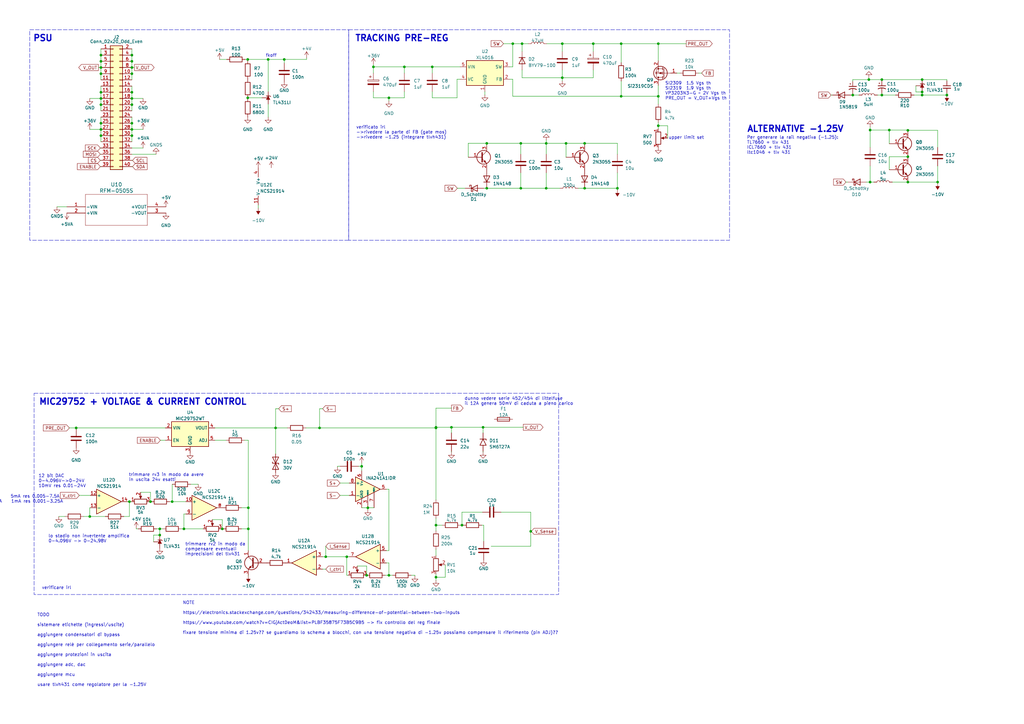
<source format=kicad_sch>
(kicad_sch (version 20230121) (generator eeschema)
  (paper "A3")
  (title_block (title "MIC29752 PSU") (date "2023-06-02") (rev "1.0 beta"))
  (lib_symbols
    (symbol "2023-12-29_12-36-06:RFM-0505S" (pin_names (offset 0.254))
      (property "Reference" "U" (at 20.32 10.16 0))
      (property "Value" "RFM-0505S" (at 20.32 7.62 0))
      (symbol "RFM-0505S_0_1"
        (pin power_in line (at 0 0 0) (length 7.62) (name "-VIN") (number "1"))
        (pin power_in line (at 0 -2.54 0) (length 7.62) (name "+VIN") (number "2"))
        (pin output line (at 40.64 -2.54 180) (length 7.62) (name "-VOUT") (number "3"))
        (pin output line (at 40.64 0 180) (length 7.62) (name "+VOUT") (number "4"))
      )
    )
    (symbol "Amplifier_Current:INA240A1D" (pin_names (offset 0.127))
      (property "Reference" "U" (at 3.81 3.81 0))
      (property "Value" "INA240A1D" (at 3.81 -2.54 0))
      (symbol "INA240A1D_1_1"
        (pin input line (at -7.62 -2.54 0) (length 2.54) (name "-") (number "1"))
        (pin power_in line (at -2.54 -7.62 90) (length 3.81) (name "GND") (number "2"))
        (pin passive line (at 0 -7.62 90) (length 5.08) (name "REF2") (number "3"))
        (pin passive line (at -2.54 -7.62 90) (length 3.81) hide (name "GND") (number "4"))
        (pin output line (at 7.62 0 180) (length 2.54) (name "~") (number "5"))
        (pin power_in line (at -2.54 7.62 270) (length 3.81) (name "V+") (number "6"))
        (pin passive line (at 2.54 -7.62 90) (length 6.35) (name "REF1") (number "7"))
        (pin input line (at -7.62 2.54 0) (length 2.54) (name "+") (number "8"))
      )
    )
    (symbol "Amplifier_Operational:LM324" (pin_names (offset 0.127))
      (property "Reference" "U" (at 0 5.08 0))
      (property "Value" "LM324" (at 0 -5.08 0))
      (symbol "LM324_1_1"
        (pin output line (at 7.62 0 180) (length 2.54) (name "~") (number "1"))
        (pin input line (at -7.62 -2.54 0) (length 2.54) (name "-") (number "2"))
        (pin input line (at -7.62 2.54 0) (length 2.54) (name "+") (number "3"))
      )
      (symbol "LM324_2_1"
        (pin input line (at -7.62 2.54 0) (length 2.54) (name "+") (number "5"))
        (pin input line (at -7.62 -2.54 0) (length 2.54) (name "-") (number "6"))
        (pin output line (at 7.62 0 180) (length 2.54) (name "~") (number "7"))
      )
      (symbol "LM324_3_1"
        (pin input line (at -7.62 2.54 0) (length 2.54) (name "+") (number "10"))
        (pin output line (at 7.62 0 180) (length 2.54) (name "~") (number "8"))
        (pin input line (at -7.62 -2.54 0) (length 2.54) (name "-") (number "9"))
      )
      (symbol "LM324_4_1"
        (pin input line (at -7.62 2.54 0) (length 2.54) (name "+") (number "12"))
        (pin input line (at -7.62 -2.54 0) (length 2.54) (name "-") (number "13"))
        (pin output line (at 7.62 0 180) (length 2.54) (name "~") (number "14"))
      )
      (symbol "LM324_5_1"
        (pin power_in line (at -2.54 -7.62 90) (length 3.81) (name "V-") (number "11"))
        (pin power_in line (at -2.54 7.62 270) (length 3.81) (name "V+") (number "4"))
      )
    )
    (symbol "Analog_ADC:MCP3422" (pin_names (offset 1.016))
      (property "Reference" "U" (at -2.54 11.43 0))
      (property "Value" "MCP3422" (at -2.54 8.89 0))
      (symbol "MCP3422_0_0"
        (text "ADC" (at 0.889 -1.27 0) (effects (font (size 1.27 1.27))))
        (text "CNTRL" (at 6.731 -4.191 900) (effects (font (size 1.27 1.27)) (justify left bottom)))
        (text "MUX&PGA" (at -4.826 -0.254 900) (effects (font (size 1.27 1.27))))
        (text "Vref" (at 5.969 -7.62 0) (effects (font (size 1.27 1.27))))
      )
      (symbol "MCP3422_1_1"
        (pin input line (at -15.24 5.08 0) (length 2.54) (name "CH1+") (number "1"))
        (pin input line (at -15.24 2.54 0) (length 2.54) (name "CH1-") (number "2"))
        (pin power_in line (at 0 10.16 270) (length 2.54) (name "Vdd") (number "3"))
        (pin bidirectional line (at 15.24 0 180) (length 2.54) (name "SDA") (number "4"))
        (pin input clock (at 15.24 2.54 180) (length 2.54) (name "SCL") (number "5"))
        (pin power_in line (at 0 -12.7 90) (length 2.54) (name "Vss") (number "6"))
        (pin input line (at -15.24 -2.54 0) (length 2.54) (name "CH2+") (number "7"))
        (pin input line (at -15.24 -5.08 0) (length 2.54) (name "CH2-") (number "8"))
      )
    )
    (symbol "Analog_DAC:MCP4822" (pin_names (offset 1.016))
      (property "Reference" "U" (at -2.54 10.795 0))
      (property "Value" "MCP4822" (at -2.54 8.89 0))
      (symbol "MCP4822_0_0"
        (text "CNTRL" (at -2.032 -4.191 900) (effects (font (size 1.27 1.27)) (justify left bottom)))
        (text "DAC" (at 3.81 -3.81 0) (effects (font (size 1.27 1.27))))
        (text "DAC" (at 3.81 1.27 0) (effects (font (size 1.27 1.27))))
      )
      (symbol "MCP4822_1_1"
        (pin power_in line (at 0 10.16 270) (length 2.54) (name "Vdd") (number "1"))
        (pin input line (at -12.7 -5.08 0) (length 2.54) (name "~{CS}") (number "2"))
        (pin input clock (at -12.7 2.54 0) (length 2.54) (name "SCK") (number "3"))
        (pin input line (at -12.7 -2.54 0) (length 2.54) (name "SDI") (number "4"))
        (pin input line (at -12.7 0 0) (length 2.54) (name "~{LDAC}") (number "5"))
        (pin output line (at 12.7 -5.08 180) (length 2.54) (name "VB") (number "6"))
        (pin power_in line (at 0 -12.7 90) (length 2.54) (name "Vss") (number "7"))
        (pin output line (at 12.7 2.54 180) (length 2.54) (name "VA") (number "8"))
      )
    )
    (symbol "Connector_Generic:Conn_02x20_Odd_Even" (pin_names (offset 1.016) hide)
      (property "Reference" "J" (at 1.27 25.4 0))
      (property "Value" "Conn_02x20_Odd_Even" (at 1.27 -27.94 0))
      (symbol "Conn_02x20_Odd_Even_1_1"
        (pin passive line (at -5.08 22.86 0) (length 3.81) (name "Pin_1") (number "1"))
        (pin passive line (at 7.62 12.7 180) (length 3.81) (name "Pin_10") (number "10"))
        (pin passive line (at -5.08 10.16 0) (length 3.81) (name "Pin_11") (number "11"))
        (pin passive line (at 7.62 10.16 180) (length 3.81) (name "Pin_12") (number "12"))
        (pin passive line (at -5.08 7.62 0) (length 3.81) (name "Pin_13") (number "13"))
        (pin passive line (at 7.62 7.62 180) (length 3.81) (name "Pin_14") (number "14"))
        (pin passive line (at -5.08 5.08 0) (length 3.81) (name "Pin_15") (number "15"))
        (pin passive line (at 7.62 5.08 180) (length 3.81) (name "Pin_16") (number "16"))
        (pin passive line (at -5.08 2.54 0) (length 3.81) (name "Pin_17") (number "17"))
        (pin passive line (at 7.62 2.54 180) (length 3.81) (name "Pin_18") (number "18"))
        (pin passive line (at -5.08 0 0) (length 3.81) (name "Pin_19") (number "19"))
        (pin passive line (at 7.62 22.86 180) (length 3.81) (name "Pin_2") (number "2"))
        (pin passive line (at 7.62 0 180) (length 3.81) (name "Pin_20") (number "20"))
        (pin passive line (at -5.08 -2.54 0) (length 3.81) (name "Pin_21") (number "21"))
        (pin passive line (at 7.62 -2.54 180) (length 3.81) (name "Pin_22") (number "22"))
        (pin passive line (at -5.08 -5.08 0) (length 3.81) (name "Pin_23") (number "23"))
        (pin passive line (at 7.62 -5.08 180) (length 3.81) (name "Pin_24") (number "24"))
        (pin passive line (at -5.08 -7.62 0) (length 3.81) (name "Pin_25") (number "25"))
        (pin passive line (at 7.62 -7.62 180) (length 3.81) (name "Pin_26") (number "26"))
        (pin passive line (at -5.08 -10.16 0) (length 3.81) (name "Pin_27") (number "27"))
        (pin passive line (at 7.62 -10.16 180) (length 3.81) (name "Pin_28") (number "28"))
        (pin passive line (at -5.08 -12.7 0) (length 3.81) (name "Pin_29") (number "29"))
        (pin passive line (at -5.08 20.32 0) (length 3.81) (name "Pin_3") (number "3"))
        (pin passive line (at 7.62 -12.7 180) (length 3.81) (name "Pin_30") (number "30"))
        (pin passive line (at -5.08 -15.24 0) (length 3.81) (name "Pin_31") (number "31"))
        (pin passive line (at 7.62 -15.24 180) (length 3.81) (name "Pin_32") (number "32"))
        (pin passive line (at -5.08 -17.78 0) (length 3.81) (name "Pin_33") (number "33"))
        (pin passive line (at 7.62 -17.78 180) (length 3.81) (name "Pin_34") (number "34"))
        (pin passive line (at -5.08 -20.32 0) (length 3.81) (name "Pin_35") (number "35"))
        (pin passive line (at 7.62 -20.32 180) (length 3.81) (name "Pin_36") (number "36"))
        (pin passive line (at -5.08 -22.86 0) (length 3.81) (name "Pin_37") (number "37"))
        (pin passive line (at 7.62 -22.86 180) (length 3.81) (name "Pin_38") (number "38"))
        (pin passive line (at -5.08 -25.4 0) (length 3.81) (name "Pin_39") (number "39"))
        (pin passive line (at 7.62 20.32 180) (length 3.81) (name "Pin_4") (number "4"))
        (pin passive line (at 7.62 -25.4 180) (length 3.81) (name "Pin_40") (number "40"))
        (pin passive line (at -5.08 17.78 0) (length 3.81) (name "Pin_5") (number "5"))
        (pin passive line (at 7.62 17.78 180) (length 3.81) (name "Pin_6") (number "6"))
        (pin passive line (at -5.08 15.24 0) (length 3.81) (name "Pin_7") (number "7"))
        (pin passive line (at 7.62 15.24 180) (length 3.81) (name "Pin_8") (number "8"))
        (pin passive line (at -5.08 12.7 0) (length 3.81) (name "Pin_9") (number "9"))
      )
    )
    (symbol "Device:C" (pin_numbers hide) (pin_names (offset 0.254))
      (property "Reference" "C" (at 0.635 2.54 0))
      (property "Value" "C" (at 0.635 -2.54 0))
      (symbol "C_1_1"
        (pin passive line (at 0 3.81 270) (length 2.794) (name "~") (number "1"))
        (pin passive line (at 0 -3.81 90) (length 2.794) (name "~") (number "2"))
      )
    )
    (symbol "Device:C_Polarized" (pin_numbers hide) (pin_names (offset 0.254))
      (property "Reference" "C" (at 0.635 2.54 0))
      (property "Value" "C_Polarized" (at 0.635 -2.54 0))
      (symbol "C_Polarized_1_1"
        (pin passive line (at 0 3.81 270) (length 2.794) (name "~") (number "1"))
        (pin passive line (at 0 -3.81 90) (length 2.794) (name "~") (number "2"))
      )
    )
    (symbol "Device:C_Polarized_Small_US" (pin_numbers hide) (pin_names (offset 0.254) hide)
      (property "Reference" "C" (at 0.254 1.778 0))
      (property "Value" "C_Polarized_Small_US" (at 0.254 -2.032 0))
      (symbol "C_Polarized_Small_US_1_1"
        (pin passive line (at 0 2.54 270) (length 2.032) (name "~") (number "1"))
        (pin passive line (at 0 -2.54 90) (length 2.032) (name "~") (number "2"))
      )
    )
    (symbol "Device:C_Small" (pin_numbers hide) (pin_names (offset 0.254) hide)
      (property "Reference" "C" (at 0.254 1.778 0))
      (property "Value" "C_Small" (at 0.254 -2.032 0))
      (symbol "C_Small_1_1"
        (pin passive line (at 0 2.54 270) (length 2.032) (name "~") (number "1"))
        (pin passive line (at 0 -2.54 90) (length 2.032) (name "~") (number "2"))
      )
    )
    (symbol "Device:D" (pin_numbers hide) (pin_names (offset 1.016) hide)
      (property "Reference" "D" (at 0 2.54 0))
      (property "Value" "D" (at 0 -2.54 0))
      (symbol "D_1_1"
        (pin passive line (at -3.81 0 0) (length 2.54) (name "K") (number "1"))
        (pin passive line (at 3.81 0 180) (length 2.54) (name "A") (number "2"))
      )
    )
    (symbol "Device:D_Schottky" (pin_numbers hide) (pin_names (offset 1.016) hide)
      (property "Reference" "D" (at 0 2.54 0))
      (property "Value" "D_Schottky" (at 0 -2.54 0))
      (symbol "D_Schottky_1_1"
        (pin passive line (at -3.81 0 0) (length 2.54) (name "K") (number "1"))
        (pin passive line (at 3.81 0 180) (length 2.54) (name "A") (number "2"))
      )
    )
    (symbol "Device:D_TVS" (pin_numbers hide) (pin_names (offset 1.016) hide)
      (property "Reference" "D" (at 0 2.54 0))
      (property "Value" "D_TVS" (at 0 -2.54 0))
      (symbol "D_TVS_1_1"
        (pin passive line (at -3.81 0 0) (length 2.54) (name "A1") (number "1"))
        (pin passive line (at 3.81 0 180) (length 2.54) (name "A2") (number "2"))
      )
    )
    (symbol "Device:Fuse" (pin_numbers hide) (pin_names (offset 0))
      (property "Reference" "F" (at 2.032 0 90))
      (property "Value" "Fuse" (at -1.905 0 90))
      (symbol "Fuse_1_1"
        (pin passive line (at 0 3.81 270) (length 1.27) (name "~") (number "1"))
        (pin passive line (at 0 -3.81 90) (length 1.27) (name "~") (number "2"))
      )
    )
    (symbol "Device:L" (pin_numbers hide) (pin_names (offset 1.016) hide)
      (property "Reference" "L" (at -1.27 0 90))
      (property "Value" "L" (at 1.905 0 90))
      (symbol "L_1_1"
        (pin passive line (at 0 3.81 270) (length 1.27) (name "1") (number "1"))
        (pin passive line (at 0 -3.81 90) (length 1.27) (name "2") (number "2"))
      )
    )
    (symbol "Device:R" (pin_numbers hide) (pin_names (offset 0))
      (property "Reference" "R" (at 2.032 0 90))
      (property "Value" "R" (at 0 0 90))
      (symbol "R_1_1"
        (pin passive line (at 0 3.81 270) (length 1.27) (name "~") (number "1"))
        (pin passive line (at 0 -3.81 90) (length 1.27) (name "~") (number "2"))
      )
    )
    (symbol "Device:R_Potentiometer" (pin_names (offset 1.016) hide)
      (property "Reference" "RV" (at -4.445 0 90))
      (property "Value" "R_Potentiometer" (at -2.54 0 90))
      (symbol "R_Potentiometer_1_1"
        (pin passive line (at 0 3.81 270) (length 1.27) (name "1") (number "1"))
        (pin passive line (at 3.81 0 180) (length 1.27) (name "2") (number "2"))
        (pin passive line (at 0 -3.81 90) (length 1.27) (name "3") (number "3"))
      )
    )
    (symbol "Diode:1N4148" (pin_numbers hide) (pin_names hide)
      (property "Reference" "D" (at 0 2.54 0))
      (property "Value" "1N4148" (at 0 -2.54 0))
      (symbol "1N4148_1_1"
        (pin passive line (at -3.81 0 0) (length 2.54) (name "K") (number "1"))
        (pin passive line (at 3.81 0 180) (length 2.54) (name "A") (number "2"))
      )
    )
    (symbol "Diode:1N5819" (pin_numbers hide) (pin_names (offset 1.016) hide)
      (property "Reference" "D" (at 0 2.54 0))
      (property "Value" "1N5819" (at 0 -2.54 0))
      (symbol "1N5819_1_1"
        (pin passive line (at -3.81 0 0) (length 2.54) (name "K") (number "1"))
        (pin passive line (at 3.81 0 180) (length 2.54) (name "A") (number "2"))
      )
    )
    (symbol "Diode:BYV79-100" (pin_numbers hide) (pin_names hide)
      (property "Reference" "D" (at 0 2.54 0))
      (property "Value" "BYV79-100" (at 0 -2.54 0))
      (symbol "BYV79-100_1_1"
        (pin passive line (at -3.81 0 0) (length 2.54) (name "K") (number "1"))
        (pin passive line (at 3.81 0 180) (length 2.54) (name "A") (number "2"))
      )
    )
    (symbol "Diode:SM6T27A" (pin_numbers hide) (pin_names (offset 1.016) hide)
      (property "Reference" "D" (at 0 2.54 0))
      (property "Value" "SM6T27A" (at 0 -2.54 0))
      (symbol "SM6T27A_1_1"
        (pin passive line (at -3.81 0 0) (length 2.54) (name "A1") (number "1"))
        (pin passive line (at 3.81 0 180) (length 2.54) (name "A2") (number "2"))
      )
    )
    (symbol "Interface_CAN_LIN:ISO1050DUB"
      (property "Reference" "U" (at -6.35 6.35 0))
      (property "Value" "ISO1050DUB" (at 2.54 6.35 0))
      (symbol "ISO1050DUB_1_1"
        (pin power_in line (at -10.16 2.54 0) (length 2.54) (name "VCC1") (number "1"))
        (pin output line (at -10.16 0 0) (length 2.54) (name "RXD") (number "2"))
        (pin input line (at -10.16 -2.54 0) (length 2.54) (name "TXD") (number "3"))
        (pin power_in line (at -10.16 -5.08 0) (length 2.54) (name "GND1") (number "4"))
        (pin power_in line (at 10.16 -5.08 180) (length 2.54) (name "GND2") (number "5"))
        (pin bidirectional line (at 10.16 -2.54 180) (length 2.54) (name "CANL") (number "6"))
        (pin bidirectional line (at 10.16 0 180) (length 2.54) (name "CANH") (number "7"))
        (pin power_in line (at 10.16 2.54 180) (length 2.54) (name "VCC2") (number "8"))
      )
    )
    (symbol "Isolator:FODM217A"
      (property "Reference" "U" (at -5.08 5.08 0))
      (property "Value" "FODM217A" (at 0 5.08 0))
      (symbol "FODM217A_1_1"
        (pin passive line (at -7.62 2.54 0) (length 2.54) (name "~") (number "1"))
        (pin passive line (at -7.62 -2.54 0) (length 2.54) (name "~") (number "2"))
        (pin passive line (at 7.62 -2.54 180) (length 2.54) (name "~") (number "3"))
        (pin passive line (at 7.62 2.54 180) (length 2.54) (name "~") (number "4"))
      )
    )
    (symbol "MIC29752WT_1"
      (property "Reference" "U1" (at 0 8.89 0))
      (property "Value" "XL4016" (at 0 6.35 0))
      (symbol "MIC29752WT_1_1_1"
        (pin bidirectional line (at 0 -7.62 90) (length 2.54) (name "GND") (number "1"))
        (pin input line (at 10.16 -2.54 180) (length 2.54) (name "FB") (number "2"))
        (pin power_out line (at 10.16 2.54 180) (length 2.54) (name "SW") (number "3"))
        (pin input line (at -10.16 -2.54 0) (length 2.54) (name "VC") (number "4"))
        (pin power_in line (at -10.16 2.54 0) (length 2.54) (name "VIN") (number "5"))
      )
    )
    (symbol "Reference_Voltage:TL431DBZ" (pin_numbers hide) (pin_names hide)
      (property "Reference" "U" (at -2.54 2.54 0))
      (property "Value" "TL431DBZ" (at 0 -2.54 0))
      (symbol "TL431DBZ_1_1"
        (pin passive line (at 2.54 0 180) (length 2.54) (name "K") (number "1"))
        (pin passive line (at 0 2.54 270) (length 2.54) (name "REF") (number "2"))
        (pin passive line (at -2.54 0 0) (length 2.54) (name "A") (number "3"))
      )
    )
    (symbol "Regulator_Linear:MIC29752WT"
      (property "Reference" "U" (at -6.35 6.35 0))
      (property "Value" "MIC29752WT" (at 2.54 6.35 0))
      (symbol "MIC29752WT_1_1"
        (pin input line (at -10.16 -2.54 0) (length 2.54) (name "EN") (number "1"))
        (pin power_in line (at -10.16 2.54 0) (length 2.54) (name "VIN") (number "2"))
        (pin power_in line (at 0 -7.62 90) (length 2.54) (name "GND") (number "3"))
        (pin power_out line (at 10.16 2.54 180) (length 2.54) (name "VOUT") (number "4"))
        (pin input line (at 10.16 -2.54 180) (length 2.54) (name "ADJ") (number "5"))
      )
    )
    (symbol "Transistor_BJT:2N3055" (pin_names (offset 0) hide)
      (property "Reference" "Q" (at 5.08 1.905 0))
      (property "Value" "2N3055" (at 5.08 0 0))
      (symbol "2N3055_1_1"
        (pin input line (at -5.08 0 0) (length 5.715) (name "B") (number "1"))
        (pin passive line (at 2.54 -5.08 90) (length 2.54) (name "E") (number "2"))
        (pin passive line (at 2.54 5.08 270) (length 2.54) (name "C") (number "3"))
      )
    )
    (symbol "Transistor_BJT:BC337" (pin_names (offset 0) hide)
      (property "Reference" "Q" (at 5.08 1.905 0))
      (property "Value" "BC337" (at 5.08 0 0))
      (symbol "BC337_1_1"
        (pin passive line (at 2.54 5.08 270) (length 2.54) (name "C") (number "1"))
        (pin input line (at -5.08 0 0) (length 5.08) (name "B") (number "2"))
        (pin passive line (at 2.54 -5.08 90) (length 2.54) (name "E") (number "3"))
      )
    )
    (symbol "Transistor_FET:Si2319CDS" (pin_names hide)
      (property "Reference" "Q" (at 5.08 1.905 0))
      (property "Value" "Si2319CDS" (at 5.08 0 0))
      (symbol "Si2319CDS_1_1"
        (pin input line (at -5.08 0 0) (length 2.54) (name "G") (number "1"))
        (pin passive line (at 2.54 -5.08 90) (length 2.54) (name "S") (number "2"))
        (pin passive line (at 2.54 5.08 270) (length 2.54) (name "D") (number "3"))
      )
    )
    (symbol "power:+24V" (power) (pin_names (offset 0))
      (property "Value" "+24V" (at 0 3.556 0))
      (symbol "+24V_1_1"
        (pin power_in line (at 0 0 90) (length 0) hide (name "+24V") (number "1"))
      )
    )
    (symbol "power:+36V" (power) (pin_names (offset 0))
      (property "Value" "+36V" (at 0 3.556 0))
      (symbol "+36V_1_1"
        (pin power_in line (at 0 0 90) (length 0) hide (name "+36V") (number "1"))
      )
    )
    (symbol "power:+4V" (power) (pin_names (offset 0))
      (property "Value" "+4V" (at 0 3.556 0))
      (symbol "+4V_1_1"
        (pin power_in line (at 0 0 90) (length 0) hide (name "+4V") (number "1"))
      )
    )
    (symbol "power:+5V" (power) (pin_names (offset 0))
      (property "Value" "+5V" (at 0 3.556 0))
      (symbol "+5V_1_1"
        (pin power_in line (at 0 0 90) (length 0) hide (name "+5V") (number "1"))
      )
    )
    (symbol "power:+5VA" (power) (pin_names (offset 0))
      (property "Value" "+5VA" (at 0 3.556 0))
      (symbol "+5VA_1_1"
        (pin power_in line (at 0 0 90) (length 0) hide (name "+5VA") (number "1"))
      )
    )
    (symbol "power:-10V" (power) (pin_names (offset 0))
      (property "Value" "-10V" (at 0 3.81 0))
      (symbol "-10V_0_0"
        (pin power_in line (at 0 0 90) (length 0) hide (name "-10V") (number "1"))
      )
    )
    (symbol "power:GND" (power) (pin_names (offset 0))
      (property "Value" "GND" (at 0 -3.81 0))
      (symbol "GND_1_1"
        (pin power_in line (at 0 0 270) (length 0) hide (name "GND") (number "1"))
      )
    )
    (symbol "power:GNDS" (power) (pin_names (offset 0))
      (property "Value" "GNDS" (at 0 -3.81 0))
      (symbol "GNDS_1_1"
        (pin power_in line (at 0 0 270) (length 0) hide (name "GNDS") (number "1"))
      )
    )
  )
  (junction (at 150.876 208.28))
  (junction (at 198.12 175.26))
  (junction (at 31.242 175.514))
  (junction (at 178.816 215.392))
  (junction (at 232.156 58.801))
  (junction (at 239.776 58.801))
  (junction (at 159.512 40.132))
  (junction (at 101.854 216.916))
  (junction (at 199.644 58.801))
  (junction (at 41.402 30.226))
  (junction (at 210.312 17.907))
  (junction (at 356.87 74.676))
  (junction (at 623.824 280.416))
  (junction (at 239.776 77.216))
  (junction (at 214.122 17.907))
  (junction (at 65.532 219.456))
  (junction (at 213.614 77.216))
  (junction (at 378.206 38.989))
  (junction (at 384.556 74.676))
  (junction (at 230.632 31.877))
  (junction (at 36.83 211.836))
  (junction (at 378.206 32.639))
  (junction (at 65.532 216.916))
  (junction (at 178.816 175.26))
  (junction (at 372.364 74.676))
  (junction (at 53.086 205.74))
  (junction (at 101.854 208.28))
  (junction (at 113.03 175.514))
  (junction (at 349.758 38.989))
  (junction (at 54.102 50.546))
  (junction (at 569.214 280.543))
  (junction (at 270.002 39.497))
  (junction (at 185.166 175.26))
  (junction (at 116.586 24.384))
  (junction (at 546.608 79.248))
  (junction (at 54.102 22.606))
  (junction (at 54.102 40.386))
  (junction (at 178.816 175.514))
  (junction (at 75.438 216.916))
  (junction (at 148.336 191.262))
  (junction (at 243.332 17.907))
  (junction (at 41.402 22.606))
  (junction (at 70.612 205.74))
  (junction (at 41.402 53.086))
  (junction (at 224.028 77.216))
  (junction (at 54.102 27.686))
  (junction (at 54.102 42.926))
  (junction (at 165.862 27.432))
  (junction (at 109.982 24.384))
  (junction (at 356.87 53.34))
  (junction (at 54.102 30.226))
  (junction (at 150.368 235.966))
  (junction (at 54.102 25.146))
  (junction (at 254.762 39.497))
  (junction (at 217.678 217.932))
  (junction (at 270.002 17.907))
  (junction (at 372.364 53.467))
  (junction (at 224.028 58.801))
  (junction (at 41.402 55.626))
  (junction (at 178.816 236.728))
  (junction (at 41.402 42.926))
  (junction (at 54.102 53.086))
  (junction (at 101.6 24.384))
  (junction (at 177.292 27.432))
  (junction (at 378.206 37.719))
  (junction (at 41.402 37.846))
  (junction (at 101.6 40.132))
  (junction (at 388.366 38.989))
  (junction (at 159.512 235.966))
  (junction (at 41.402 50.546))
  (junction (at 142.24 228.346))
  (junction (at 189.484 215.392))
  (junction (at 213.614 58.801))
  (junction (at 61.722 205.74))
  (junction (at 91.186 216.916))
  (junction (at 253.238 77.216))
  (junction (at 54.102 37.846))
  (junction (at 199.644 77.216))
  (junction (at 133.604 228.346))
  (junction (at 361.696 38.989))
  (junction (at 41.402 25.146))
  (junction (at 230.632 17.907))
  (junction (at 254.762 17.907))
  (junction (at 356.362 32.639))
  (junction (at 561.086 108.966))
  (junction (at 361.696 32.639))
  (junction (at 574.802 63.754))
  (junction (at 153.162 27.432))
  (junction (at 41.402 40.386))
  (junction (at 270.002 51.562))
  (junction (at 364.744 53.34))
  (junction (at 41.402 27.686))
  (junction (at 131.064 175.514))
  (junction (at 372.364 64.262))
  (junction (at 54.102 55.626))
  (wire (pts (xy 224.282 17.907) (xy 230.632 17.907)))
  (wire (pts (xy 632.714 274.066) (xy 639.064 274.066)))
  (wire (pts (xy 545.846 84.582) (xy 545.846 84.328)))
  (wire (pts (xy 187.452 32.512) (xy 188.722 32.512)))
  (wire (pts (xy 66.802 216.916) (xy 65.532 216.916)))
  (wire (pts (xy 165.862 40.132) (xy 165.862 37.592)))
  (wire (pts (xy 178.816 175.26) (xy 178.816 175.514)))
  (wire (pts (xy 101.6 40.132) (xy 101.6 40.386)))
  (wire (pts (xy 544.068 121.666) (xy 545.846 121.666)))
  (wire (pts (xy 41.402 40.386) (xy 41.402 37.846)))
  (wire (pts (xy 53.086 205.74) (xy 53.848 205.74)))
  (wire (pts (xy 639.064 285.496) (xy 639.064 290.576)))
  (wire (pts (xy 178.816 167.386) (xy 178.816 175.26)))
  (wire (pts (xy 142.24 228.346) (xy 143.256 228.346)))
  (wire (pts (xy 41.402 42.926) (xy 41.402 45.466)))
  (wire (pts (xy 384.556 60.452) (xy 384.556 53.467)))
  (wire (pts (xy 574.802 63.754) (xy 574.802 64.008)))
  (wire (pts (xy 576.326 124.206) (xy 590.042 124.206)))
  (wire (pts (xy 139.446 191.262) (xy 138.43 191.262)))
  (wire (pts (xy 41.402 55.626) (xy 41.402 58.166)))
  (wire (pts (xy 99.06 216.916) (xy 101.854 216.916)))
  (wire (pts (xy 254.762 17.907) (xy 254.762 25.654)))
  (wire (pts (xy 116.586 24.384) (xy 125.73 24.384)))
  (wire (pts (xy 75.438 210.82) (xy 75.438 216.916)))
  (wire (pts (xy 197.612 215.392) (xy 198.374 215.392)))
  (wire (pts (xy 584.454 302.133) (xy 584.454 298.323)))
  (wire (pts (xy 213.614 77.216) (xy 224.028 77.216)))
  (wire (pts (xy 165.862 27.432) (xy 165.862 29.972)))
  (wire (pts (xy 608.584 277.876) (xy 608.584 280.416)))
  (wire (pts (xy 198.374 77.216) (xy 199.644 77.216)))
  (wire (pts (xy 65.532 219.456) (xy 65.532 219.71)))
  (wire (pts (xy 361.696 38.989) (xy 359.918 38.989)))
  (wire (pts (xy 205.486 210.058) (xy 217.678 210.058)))
  (wire (pts (xy 214.122 17.907) (xy 216.662 17.907)))
  (wire (pts (xy 54.102 40.386) (xy 54.102 37.846)))
  (wire (pts (xy 201.422 224.028) (xy 217.678 224.028)))
  (wire (pts (xy 101.6 40.132) (xy 107.442 40.132)))
  (wire (pts (xy 232.156 58.801) (xy 239.776 58.801)))
  (wire (pts (xy 348.996 38.989) (xy 349.758 38.989)))
  (wire (pts (xy 178.816 167.386) (xy 185.166 167.386)))
  (wire (pts (xy 101.6 24.384) (xy 109.982 24.384)))
  (wire (pts (xy 569.214 302.133) (xy 569.214 300.863)))
  (wire (pts (xy 159.512 230.886) (xy 159.512 235.966)))
  (wire (pts (xy 64.262 216.916) (xy 65.532 216.916)))
  (wire (pts (xy 62.992 219.456) (xy 65.532 219.456)))
  (wire (pts (xy 138.43 191.262) (xy 138.43 191.516)))
  (wire (pts (xy 36.83 40.386) (xy 41.402 40.386)))
  (wire (pts (xy 54.102 35.306) (xy 54.102 37.846)))
  (wire (pts (xy 188.976 215.392) (xy 189.484 215.392)))
  (wire (pts (xy 54.102 27.686) (xy 55.118 27.686)))
  (wire (pts (xy 224.028 70.866) (xy 224.028 77.216)))
  (wire (pts (xy 142.24 235.966) (xy 142.748 235.966)))
  (wire (pts (xy 182.626 236.728) (xy 182.626 231.648)))
  (wire (pts (xy 210.312 39.497) (xy 210.312 32.512)))
  (wire (pts (xy 101.854 216.916) (xy 101.854 225.806)))
  (wire (pts (xy 157.988 235.966) (xy 159.512 235.966)))
  (wire (pts (xy 639.064 274.066) (xy 639.064 275.336)))
  (wire (pts (xy 541.02 108.966) (xy 543.052 108.966)))
  (wire (pts (xy 177.292 40.132) (xy 177.292 37.592)))
  (wire (pts (xy 54.102 42.926) (xy 54.102 45.466)))
  (wire (pts (xy 561.594 74.168) (xy 562.102 74.168)))
  (wire (pts (xy 177.292 27.432) (xy 177.292 29.972)))
  (wire (pts (xy 230.632 28.702) (xy 230.632 31.877)))
  (wire (pts (xy 131.064 175.514) (xy 178.816 175.514)))
  (wire (pts (xy 139.446 203.2) (xy 143.256 203.2)))
  (wire (pts (xy 153.162 40.132) (xy 159.512 40.132)))
  (wire (pts (xy 54.102 30.226) (xy 54.102 32.766)))
  (wire (pts (xy 546.608 78.232) (xy 546.608 79.248)))
  (wire (pts (xy 243.332 17.907) (xy 254.762 17.907)))
  (wire (pts (xy 217.678 217.932) (xy 217.678 224.028)))
  (wire (pts (xy 36.83 53.086) (xy 41.402 53.086)))
  (wire (pts (xy 214.122 31.877) (xy 214.122 28.702)))
  (wire (pts (xy 26.67 211.836) (xy 24.13 211.836)))
  (wire (pts (xy 378.206 38.989) (xy 388.366 38.989)))
  (wire (pts (xy 254.762 33.274) (xy 254.762 39.497)))
  (wire (pts (xy 36.83 208.28) (xy 36.83 211.836)))
  (wire (pts (xy 388.366 32.639) (xy 378.206 32.639)))
  (wire (pts (xy 153.162 27.432) (xy 165.862 27.432)))
  (wire (pts (xy 189.484 210.058) (xy 189.484 215.392)))
  (wire (pts (xy 214.122 21.082) (xy 214.122 17.907)))
  (wire (pts (xy 584.454 272.288) (xy 584.454 275.463)))
  (wire (pts (xy 90.932 216.916) (xy 91.186 216.916)))
  (wire (pts (xy 101.854 208.28) (xy 101.854 216.916)))
  (wire (pts (xy 114.3 167.64) (xy 113.03 167.64)))
  (wire (pts (xy 70.612 198.628) (xy 70.612 205.74)))
  (wire (pts (xy 237.236 77.216) (xy 239.776 77.216)))
  (wire (pts (xy 58.674 40.386) (xy 54.102 40.386)))
  (wire (pts (xy 217.678 217.932) (xy 217.932 217.932)))
  (wire (pts (xy 388.366 33.147) (xy 388.366 32.639)))
  (wire (pts (xy 356.362 32.639) (xy 361.696 32.639)))
  (wire (pts (xy 356.87 53.34) (xy 356.87 60.452)))
  (wire (pts (xy 41.402 22.606) (xy 41.402 25.146)))
  (wire (pts (xy 50.8 211.836) (xy 53.086 211.836)))
  (wire (pts (xy 372.364 53.467) (xy 372.364 53.848)))
  (wire (pts (xy 113.03 175.514) (xy 113.03 186.182)))
  (wire (pts (xy 361.696 32.639) (xy 378.206 32.639)))
  (wire (pts (xy 587.502 71.628) (xy 588.264 71.628)))
  (wire (pts (xy 55.88 216.916) (xy 55.88 216.662)))
  (wire (pts (xy 210.312 32.512) (xy 209.042 32.512)))
  (wire (pts (xy 278.892 29.972) (xy 277.622 29.972)))
  (wire (pts (xy 546.608 79.248) (xy 562.102 79.248)))
  (wire (pts (xy 361.696 38.227) (xy 361.696 38.989)))
  (wire (pts (xy 546.354 84.582) (xy 546.354 86.36)))
  (wire (pts (xy 185.166 175.26) (xy 185.166 177.546)))
  (wire (pts (xy 230.632 33.147) (xy 230.632 31.877)))
  (wire (pts (xy 142.24 235.966) (xy 142.24 228.346)))
  (wire (pts (xy 81.28 198.628) (xy 78.232 198.628)))
  (wire (pts (xy 54.102 22.606) (xy 54.102 25.146)))
  (wire (pts (xy 372.364 53.34) (xy 372.364 53.467)))
  (wire (pts (xy 213.614 58.801) (xy 224.028 58.801)))
  (wire (pts (xy 36.83 211.836) (xy 43.18 211.836)))
  (wire (pts (xy 75.438 210.82) (xy 76.2 210.82)))
  (wire (pts (xy 206.502 17.907) (xy 210.312 17.907)))
  (wire (pts (xy 270.002 52.832) (xy 270.002 51.562)))
  (wire (pts (xy 109.982 42.672) (xy 109.982 48.006)))
  (wire (pts (xy 253.238 77.978) (xy 253.238 77.216)))
  (wire (pts (xy 243.332 21.082) (xy 243.332 17.907)))
  (wire (pts (xy 243.332 31.877) (xy 243.332 28.702)))
  (wire (pts (xy 372.364 64.008) (xy 372.364 64.262)))
  (wire (pts (xy 185.166 175.26) (xy 198.12 175.26)))
  (wire (pts (xy 349.758 38.989) (xy 352.298 38.989)))
  (wire (pts (xy 366.014 74.676) (xy 372.364 74.676)))
  (wire (pts (xy 74.422 216.916) (xy 75.438 216.916)))
  (wire (pts (xy 133.604 224.028) (xy 133.604 228.346)))
  (wire (pts (xy 349.758 38.989) (xy 349.758 38.481)))
  (wire (pts (xy 364.744 64.262) (xy 372.364 64.262)))
  (wire (pts (xy 113.03 167.64) (xy 113.03 175.514)))
  (wire (pts (xy 356.87 68.072) (xy 356.87 74.676)))
  (wire (pts (xy 109.982 24.384) (xy 116.586 24.384)))
  (wire (pts (xy 150.876 208.28) (xy 153.416 208.28)))
  (wire (pts (xy 230.632 21.082) (xy 230.632 17.907)))
  (wire (pts (xy 561.086 108.712) (xy 561.086 108.966)))
  (wire (pts (xy 639.064 302.006) (xy 639.064 298.196)))
  (wire (pts (xy 133.604 228.346) (xy 142.24 228.346)))
  (wire (pts (xy 99.06 208.28) (xy 101.854 208.28)))
  (wire (pts (xy 61.722 201.93) (xy 61.722 205.74)))
  (wire (pts (xy 54.102 55.626) (xy 54.102 58.166)))
  (wire (pts (xy 361.696 38.989) (xy 367.284 38.989)))
  (wire (pts (xy 239.776 58.801) (xy 253.238 58.801)))
  (wire (pts (xy 364.744 53.34) (xy 372.364 53.34)))
  (wire (pts (xy 88.138 180.594) (xy 92.71 180.594)))
  (wire (pts (xy 54.102 25.146) (xy 54.102 27.686)))
  (wire (pts (xy 192.024 64.516) (xy 192.024 58.801)))
  (wire (pts (xy 189.484 210.058) (xy 197.866 210.058)))
  (wire (pts (xy 153.162 40.132) (xy 153.162 37.592)))
  (wire (pts (xy 90.043 24.384) (xy 92.964 24.384)))
  (wire (pts (xy 41.148 65.786) (xy 41.402 65.786)))
  (wire (pts (xy 54.102 20.066) (xy 54.102 22.606)))
  (wire (pts (xy 31.242 175.514) (xy 67.818 175.514)))
  (wire (pts (xy 178.816 236.728) (xy 182.626 236.728)))
  (wire (pts (xy 273.812 56.642) (xy 273.812 51.562)))
  (wire (pts (xy 178.816 215.392) (xy 178.816 217.678)))
  (wire (pts (xy 340.868 38.989) (xy 341.376 38.989)))
  (wire (pts (xy 178.816 236.728) (xy 178.816 237.998)))
  (wire (pts (xy 356.362 31.877) (xy 356.362 32.639)))
  (wire (pts (xy 199.644 58.801) (xy 199.644 59.436)))
  (wire (pts (xy 553.974 280.543) (xy 557.784 280.543)))
  (wire (pts (xy 561.848 71.628) (xy 562.102 71.628)))
  (wire (pts (xy 349.758 32.639) (xy 356.362 32.639)))
  (wire (pts (xy 178.816 175.26) (xy 185.166 175.26)))
  (wire (pts (xy 53.086 211.836) (xy 53.086 205.74)))
  (wire (pts (xy 364.744 53.34) (xy 364.744 58.928)))
  (wire (pts (xy 58.674 60.706) (xy 54.102 60.706)))
  (wire (pts (xy 177.292 40.132) (xy 187.452 40.132)))
  (wire (pts (xy 198.12 175.26) (xy 214.63 175.26)))
  (wire (pts (xy 232.156 58.801) (xy 232.156 64.516)))
  (wire (pts (xy 384.556 68.072) (xy 384.556 74.676)))
  (wire (pts (xy 623.824 284.226) (xy 623.824 280.416)))
  (wire (pts (xy 230.632 31.877) (xy 243.332 31.877)))
  (wire (pts (xy 569.214 293.243) (xy 569.214 291.973)))
  (wire (pts (xy 116.586 24.384) (xy 116.586 25.908)))
  (wire (pts (xy 69.596 205.74) (xy 70.612 205.74)))
  (wire (pts (xy 270.002 17.907) (xy 281.432 17.907)))
  (wire (pts (xy 270.002 39.497) (xy 270.002 42.672)))
  (wire (pts (xy 91.186 216.916) (xy 91.44 216.916)))
  (wire (pts (xy 100.584 24.384) (xy 101.6 24.384)))
  (wire (pts (xy 210.312 39.497) (xy 254.762 39.497)))
  (wire (pts (xy 361.696 32.639) (xy 361.696 33.147)))
  (wire (pts (xy 54.102 50.546) (xy 54.102 53.086)))
  (wire (pts (xy 139.446 198.12) (xy 143.256 198.12)))
  (wire (pts (xy 190.754 77.216) (xy 187.579 77.216)))
  (wire (pts (xy 520.954 79.248) (xy 522.224 79.248)))
  (wire (pts (xy 61.722 205.74) (xy 61.976 205.74)))
  (wire (pts (xy 198.882 37.592) (xy 198.882 38.862)))
  (wire (pts (xy 150.876 209.042) (xy 150.876 208.28)))
  (wire (pts (xy 54.102 53.086) (xy 54.102 55.626)))
  (wire (pts (xy 214.122 31.877) (xy 230.632 31.877)))
  (wire (pts (xy 159.512 225.806) (xy 158.496 225.806)))
  (wire (pts (xy 54.102 48.006) (xy 54.102 50.546)))
  (wire (pts (xy 286.512 29.972) (xy 287.782 29.972)))
  (wire (pts (xy 623.824 302.006) (xy 623.824 300.736)))
  (wire (pts (xy 41.402 20.066) (xy 41.402 22.606)))
  (wire (pts (xy 198.12 175.26) (xy 198.12 177.546)))
  (wire (pts (xy 159.512 200.66) (xy 159.512 225.806)))
  (wire (pts (xy 199.644 77.216) (xy 213.614 77.216)))
  (wire (pts (xy 561.086 131.826) (xy 561.086 132.08)))
  (wire (pts (xy 65.532 216.916) (xy 65.532 219.456)))
  (wire (pts (xy 41.402 27.686) (xy 41.402 30.226)))
  (wire (pts (xy 178.816 225.298) (xy 178.816 227.838)))
  (wire (pts (xy 557.784 63.754) (xy 559.816 63.754)))
  (wire (pts (xy 270.002 17.907) (xy 270.002 24.892)))
  (wire (pts (xy 64.008 63.246) (xy 54.102 63.246)))
  (wire (pts (xy 189.484 215.392) (xy 189.992 215.392)))
  (wire (pts (xy 577.342 126.746) (xy 576.326 126.746)))
  (wire (pts (xy 198.12 185.42) (xy 198.12 185.166)))
  (wire (pts (xy 41.402 48.006) (xy 41.402 50.546)))
  (wire (pts (xy 372.364 53.467) (xy 384.556 53.467)))
  (wire (pts (xy 198.374 221.996) (xy 198.374 215.392)))
  (wire (pts (xy 213.614 58.801) (xy 213.614 63.246)))
  (wire (pts (xy 109.982 24.384) (xy 109.982 37.592)))
  (wire (pts (xy 356.87 53.34) (xy 364.744 53.34)))
  (wire (pts (xy 378.206 37.719) (xy 378.206 38.989)))
  (wire (pts (xy 230.632 17.907) (xy 243.332 17.907)))
  (wire (pts (xy 253.238 63.246) (xy 253.238 58.801)))
  (wire (pts (xy 61.468 205.74) (xy 61.722 205.74)))
  (wire (pts (xy 192.024 58.801) (xy 199.644 58.801)))
  (wire (pts (xy 544.068 124.206) (xy 545.846 124.206)))
  (wire (pts (xy 273.812 51.562) (xy 270.002 51.562)))
  (wire (pts (xy 146.558 232.156) (xy 150.368 232.156)))
  (wire (pts (xy 349.758 33.401) (xy 349.758 32.639)))
  (wire (pts (xy 54.102 53.086) (xy 58.674 53.086)))
  (wire (pts (xy 529.844 84.328) (xy 530.606 84.328)))
  (wire (pts (xy 54.102 27.686) (xy 54.102 30.226)))
  (wire (pts (xy 623.824 293.116) (xy 623.824 291.846)))
  (wire (pts (xy 545.846 79.248) (xy 546.608 79.248)))
  (wire (pts (xy 372.364 74.676) (xy 384.556 74.676)))
  (wire (pts (xy 239.776 77.216) (xy 253.238 77.216)))
  (wire (pts (xy 34.29 211.836) (xy 36.83 211.836)))
  (wire (pts (xy 181.356 215.392) (xy 178.816 215.392)))
  (wire (pts (xy 132.334 167.64) (xy 131.064 167.64)))
  (wire (pts (xy 125.476 175.514) (xy 131.064 175.514)))
  (wire (pts (xy 210.312 17.907) (xy 214.122 17.907)))
  (wire (pts (xy 270.002 51.562) (xy 270.002 50.292)))
  (wire (pts (xy 54.356 68.326) (xy 54.102 68.326)))
  (wire (pts (xy 388.366 38.227) (xy 388.366 38.989)))
  (wire (pts (xy 113.03 175.514) (xy 117.856 175.514)))
  (wire (pts (xy 569.214 280.543) (xy 576.834 280.543)))
  (wire (pts (xy 178.816 236.728) (xy 178.816 235.458)))
  (wire (pts (xy 567.436 63.754) (xy 574.802 63.754)))
  (wire (pts (xy 569.214 284.353) (xy 569.214 280.543)))
  (wire (pts (xy 100.33 180.594) (xy 101.854 180.594)))
  (wire (pts (xy 372.364 64.262) (xy 372.364 64.516)))
  (wire (pts (xy 553.974 278.003) (xy 553.974 280.543)))
  (wire (pts (xy 224.028 58.801) (xy 224.028 63.246)))
  (wire (pts (xy 356.87 52.07) (xy 356.87 53.34)))
  (wire (pts (xy 224.028 58.801) (xy 232.156 58.801)))
  (wire (pts (xy 565.404 280.543) (xy 569.214 280.543)))
  (wire (pts (xy 584.454 285.623) (xy 584.454 290.703)))
  (wire (pts (xy 346.964 74.676) (xy 347.726 74.676)))
  (wire (pts (xy 91.186 213.106) (xy 91.186 216.916)))
  (wire (pts (xy 31.242 175.514) (xy 31.242 176.022)))
  (wire (pts (xy 153.162 27.432) (xy 153.162 29.972)))
  (wire (pts (xy 88.138 175.514) (xy 113.03 175.514)))
  (wire (pts (xy 159.512 40.132) (xy 159.512 41.402)))
  (wire (pts (xy 41.148 60.706) (xy 41.402 60.706)))
  (wire (pts (xy 148.336 208.28) (xy 150.876 208.28)))
  (wire (pts (xy 356.87 74.676) (xy 358.394 74.676)))
  (wire (pts (xy 131.064 167.64) (xy 131.064 175.514)))
  (wire (pts (xy 355.346 74.676) (xy 356.87 74.676)))
  (wire (pts (xy 52.324 205.74) (xy 53.086 205.74)))
  (wire (pts (xy 158.496 230.886) (xy 159.512 230.886)))
  (wire (pts (xy 545.846 84.582) (xy 546.354 84.582)))
  (wire (pts (xy 270.002 39.497) (xy 254.762 39.497)))
  (wire (pts (xy 608.584 280.416) (xy 612.394 280.416)))
  (wire (pts (xy 168.656 235.966) (xy 170.18 235.966)))
  (wire (pts (xy 177.292 27.432) (xy 188.722 27.432)))
  (wire (pts (xy 210.312 27.432) (xy 209.042 27.432)))
  (wire (pts (xy 148.336 189.992) (xy 148.336 191.262)))
  (wire (pts (xy 254.762 17.907) (xy 270.002 17.907)))
  (wire (pts (xy 41.402 50.546) (xy 41.402 53.086)))
  (wire (pts (xy 153.162 26.416) (xy 153.162 27.432)))
  (wire (pts (xy 40.386 27.686) (xy 41.402 27.686)))
  (wire (pts (xy 101.6 24.384) (xy 101.6 24.892)))
  (wire (pts (xy 239.776 58.801) (xy 239.776 59.436)))
  (wire (pts (xy 148.336 191.262) (xy 148.336 193.04)))
  (wire (pts (xy 125.73 23.749) (xy 125.73 24.384)))
  (wire (pts (xy 165.862 27.432) (xy 177.292 27.432)))
  (wire (pts (xy 56.642 216.916) (xy 55.88 216.916)))
  (wire (pts (xy 178.816 212.598) (xy 178.816 215.392)))
  (wire (pts (xy 210.312 17.907) (xy 210.312 27.432)))
  (wire (pts (xy 41.402 30.226) (xy 41.402 32.766)))
  (wire (pts (xy 57.658 201.93) (xy 61.722 201.93)))
  (wire (pts (xy 270.002 39.497) (xy 270.002 35.052)))
  (wire (pts (xy 199.644 58.801) (xy 213.614 58.801)))
  (wire (pts (xy 187.452 32.512) (xy 187.452 40.132)))
  (wire (pts (xy 132.334 228.346) (xy 133.604 228.346)))
  (wire (pts (xy 87.122 213.106) (xy 91.186 213.106)))
  (wire (pts (xy 147.066 191.262) (xy 148.336 191.262)))
  (wire (pts (xy 75.438 216.916) (xy 83.312 216.916)))
  (wire (pts (xy 364.744 69.596) (xy 364.744 64.262)))
  (wire (pts (xy 374.904 38.989) (xy 378.206 38.989)))
  (wire (pts (xy 41.402 35.306) (xy 41.402 37.846)))
  (wire (pts (xy 41.402 40.386) (xy 41.402 42.926)))
  (wire (pts (xy 101.854 235.966) (xy 101.854 236.22)))
  (wire (pts (xy 28.448 175.514) (xy 31.242 175.514)))
  (wire (pts (xy 178.816 175.514) (xy 178.816 204.978)))
  (wire (pts (xy 550.672 108.966) (xy 561.086 108.966)))
  (wire (pts (xy 62.992 222.25) (xy 62.992 219.456)))
  (wire (pts (xy 65.786 180.594) (xy 67.818 180.594)))
  (wire (pts (xy 375.666 37.719) (xy 375.666 35.179)))
  (wire (pts (xy 623.824 280.416) (xy 631.444 280.416)))
  (wire (pts (xy 159.512 235.966) (xy 161.036 235.966)))
  (wire (pts (xy 101.854 180.594) (xy 101.854 208.28)))
  (wire (pts (xy 213.614 70.866) (xy 213.614 77.216)))
  (wire (pts (xy 576.326 116.586) (xy 590.042 116.586)))
  (wire (pts (xy 133.604 233.426) (xy 132.334 233.426)))
  (wire (pts (xy 159.512 40.132) (xy 165.862 40.132)))
  (wire (pts (xy 23.368 84.836) (xy 27.432 84.836)))
  (wire (pts (xy 32.512 203.2) (xy 37.084 203.2)))
  (wire (pts (xy 529.844 79.248) (xy 530.606 79.248)))
  (wire (pts (xy 253.238 70.866) (xy 253.238 77.216)))
  (wire (pts (xy 54.356 65.786) (xy 54.102 65.786)))
  (wire (pts (xy 37.084 208.28) (xy 36.83 208.28)))
  (wire (pts (xy 574.802 63.5) (xy 574.802 63.754)))
  (wire (pts (xy 561.848 76.708) (xy 562.102 76.708)))
  (wire (pts (xy 41.148 68.326) (xy 41.402 68.326)))
  (wire (pts (xy 378.206 37.719) (xy 375.666 37.719)))
  (wire (pts (xy 159.512 200.66) (xy 158.496 200.66)))
  (wire (pts (xy 105.918 84.074) (xy 105.918 85.344)))
  (wire (pts (xy 150.368 232.156) (xy 150.368 235.966)))
  (wire (pts (xy 587.502 79.248) (xy 588.264 79.248)))
  (wire (pts (xy 41.402 53.086) (xy 41.402 55.626)))
  (wire (pts (xy 224.028 77.216) (xy 229.616 77.216)))
  (wire (pts (xy 217.678 210.058) (xy 217.678 217.932)))
  (wire (pts (xy 185.166 185.42) (xy 185.166 185.166)))
  (wire (pts (xy 41.148 63.246) (xy 41.402 63.246)))
  (wire (pts (xy 170.18 236.22) (xy 170.18 235.966)))
  (wire (pts (xy 224.028 57.531) (xy 224.028 58.801)))
  (wire (pts (xy 384.556 75.184) (xy 384.556 74.676)))
  (wire (pts (xy 54.102 40.386) (xy 54.102 42.926)))
  (wire (pts (xy 580.009 272.288) (xy 584.454 272.288)))
  (wire (pts (xy 576.326 119.126) (xy 577.342 119.126)))
  (wire (pts (xy 41.402 25.146) (xy 41.402 27.686)))
  (wire (pts (xy 620.014 280.416) (xy 623.824 280.416)))
  (wire (pts (xy 70.612 205.74) (xy 76.2 205.74)))
  (rectangle (start 505.714 53.34) (end 610.362 96.266) (stroke (width 0) (type dash)))
  (rectangle (start 13.97 161.29) (end 229.108 243.84) (stroke (width 0) (type dash)))
  (rectangle (start 509.905 153.289) (end 614.68 211.328) (stroke (width 0) (type dash)))
  (rectangle (start 143.002 12.192) (end 299.212 98.552) (stroke (width 0) (type dash)))
  (rectangle (start 505.714 96.266) (end 610.362 138.684) (stroke (width 0) (type dash)))
  (rectangle (start 12.192 12.192) (end 143.002 98.552) (stroke (width 0) (type dash)))
  (rectangle (start 546.354 257.683) (end 599.694 316.103) (stroke (width 0) (type dash)))
  (rectangle (start 600.964 257.556) (end 654.304 315.976) (stroke (width 0) (type dash)))
  (text "guardare il grafico If vs Vf\ndel diodo che si vuole usare\nI=Vf/56" (at 556.514 314.833 0) (effects (font (size 1.27 1.27)) (justify left bottom)))
  (text "I/O Interface" (at 511.175 158.369 0) (effects (font (size 2.54 2.54) bold) (justify left bottom)))
  (text "NOTE\n\nhttps://electronics.stackexchange.com/questions/342433/measuring-difference-of-potential-between-two-inputs\n\nhttps://www.youtube.com/watch?v=CIGjActDeoM&list=PLBF35875F73B5C9B5 -> fix controllo del reg finale\n\nfixare tensione minima di 1.25v?? se guardiamo lo schema a blocchi, con una tensione negativa di -1.25v possiamo compensare il riferimento (pin ADJ)??" (at 74.93 260.35 0) (effects (font (size 1.27 1.27)) (justify left bottom)))
  (text "trimmare rv3 in modo da avere\nin uscita 24v esatti" (at 52.832 197.612 0) (effects (font (size 1.27 1.27)) (justify left bottom)))
  (text "verificato irl\n->rivedere la parte di FB (gate mos)\n->rivedere -1.25 (integrare tlvh431)" (at 146.05 57.15 0) (effects (font (size 1.27 1.27)) (justify left bottom)))
  (text "Per generare la rail negativa (-1.25):\nTL7660 + tlv 431\nICL7660 + tlv 431\nltc1046 + tlv 431\n" (at 306.324 63.373 0) (effects (font (size 1.27 1.27)) (justify left bottom)))
  (text "TODO\n\nsistemare etichette (ingressi/uscite)\n\naggiungere condensatori di bypass\n\naggiungere relè per collegamento serie/parallelo\n\naggiungere protezioni in uscita\n\naggiungere adc, dac\n\naggiungere mcu\n\nusare tlvh431 come regolatore per la -1.25V" (at 15.24 281.686 0) (effects (font (size 1.27 1.27)) (justify left bottom)))
  (text "ADC (MCP3422)\n\n" (at 508.508 106.426 0) (effects (font (size 2.54 2.54) (thickness 0.508) bold) (justify left bottom)))
  (text "12 bit DAC\n0-4.096->0-7.5A     5mA res 0.005-7.5A\n0-2.028->0-3.25A    1mA res 0.001-3.25A\n" (at -18.796 206.502 0) (effects (font (size 1.27 1.27)) (justify left bottom)))
  (text "verificare irl\n" (at 17.145 241.935 0) (effects (font (size 1.27 1.27)) (justify left bottom)))
  (text "PSU" (at 13.462 17.272 0) (effects (font (size 2.54 2.54) (thickness 0.508) bold) (justify left bottom)))
  (text "MIN LOAD DC/DC (20mA)\n\n" (at 547.624 267.843 0) (effects (font (size 2.54 2.54) (thickness 0.508) bold) (justify left bottom)))
  (text "fkoff" (at 108.966 23.622 0) (effects (font (size 1.27 1.27)) (justify left bottom)))
  (text "ALTERNATIVE -1.25V" (at 306.324 54.483 0) (effects (font (size 2.54 2.54) (thickness 0.508) bold) (justify left bottom)))
  (text "MIC29752 + VOLTAGE & CURRENT CONTROL" (at 15.875 166.37 0) (effects (font (size 2.54 2.54) (thickness 0.508) bold) (justify left bottom)))
  (text "TRACKING PRE-REG\n" (at 145.542 17.272 0) (effects (font (size 2.54 2.54) (thickness 0.508) bold) (justify left bottom)))
  (text "LOW = ON" (at 514.858 85.344 0) (effects (font (size 1.27 1.27)) (justify left bottom)))
  (text "trimmare rv2 in modo da\ncompensare eventuali \nimprecisioni del tlv431" (at 75.946 228.092 0) (effects (font (size 1.27 1.27)) (justify left bottom)))
  (text "dunno vedere serie 452/454 di littelfuse\nil 12A genera 50mV di caduta a pieno carico" (at 190.5 166.37 0) (effects (font (size 1.27 1.27)) (justify left bottom)))
  (text "SI2309  1.5 Vgs th\nSI2319  1.9 Vgs th\nVP3203N3-G ~ 2V Vgs th\nPRE_OUT = V_OUT+Vgs th" (at 272.796 41.148 0) (effects (font (size 1.27 1.27)) (justify left bottom)))
  (text "lo stadio non invertente amplifica\n0-4.096V -> 0-24.98V" (at 19.812 222.758 0) (effects (font (size 1.27 1.27)) (justify left bottom)))
  (text "MIN LOAD OUT (10mA)\n\n" (at 602.234 267.716 0) (effects (font (size 2.54 2.54) (thickness 0.508) bold) (justify left bottom)))
  (text "12 bit DAC\n0-4.096V->0-24V\n10mV res 0.01-24V\n\n" (at 15.748 202.184 0) (effects (font (size 1.27 1.27)) (justify left bottom)))
  (text "upper limit set" (at 274.193 57.277 0) (effects (font (size 1.27 1.27)) (justify left bottom)))
  (text "DAC (MCP4822)" (at 508.254 59.436 0) (effects (font (size 2.54 2.54) (thickness 0.508) bold) (justify left bottom)))
  (global_label "I_Sense" (shape input) (at 577.342 119.126 0) (property "Intersheetrefs" "${INTERSHEET_REFS}" (effects hide)))
  (global_label "I_ctrl" (shape input) (at 588.264 79.248 0) (property "Intersheetrefs" "${INTERSHEET_REFS}" (effects hide)))
  (global_label "SW" (shape input) (at 346.964 74.676 180) (property "Intersheetrefs" "${INTERSHEET_REFS}" (effects hide)))
  (global_label "V_ctrl" (shape input) (at 588.264 71.628 0) (property "Intersheetrefs" "${INTERSHEET_REFS}" (effects hide)))
  (global_label "SCL" (shape input) (at 544.068 124.206 180) (property "Intersheetrefs" "${INTERSHEET_REFS}" (effects hide)))
  (global_label "V_OUT" (shape output) (at 55.118 27.686 0) (property "Intersheetrefs" "${INTERSHEET_REFS}" (effects hide)))
  (global_label "PRE_OUT" (shape output) (at 580.009 272.288 180) (property "Intersheetrefs" "${INTERSHEET_REFS}" (effects hide)))
  (global_label "V_OUT" (shape output) (at 214.63 175.26 0) (property "Intersheetrefs" "${INTERSHEET_REFS}" (effects hide)))
  (global_label "SDA" (shape input) (at 54.356 68.326 0) (property "Intersheetrefs" "${INTERSHEET_REFS}" (effects hide)))
  (global_label "I_ctrl" (shape input) (at 133.604 233.426 0) (property "Intersheetrefs" "${INTERSHEET_REFS}" (effects hide)))
  (global_label "CS" (shape input) (at 41.148 65.786 180) (property "Intersheetrefs" "${INTERSHEET_REFS}" (effects hide)))
  (global_label "V_Sense" (shape input) (at 217.932 217.932 0) (property "Intersheetrefs" "${INTERSHEET_REFS}" (effects hide)))
  (global_label "ENABLE" (shape input) (at 41.148 68.326 180) (property "Intersheetrefs" "${INTERSHEET_REFS}" (effects hide)))
  (global_label "SW" (shape input) (at 187.579 77.216 180) (property "Intersheetrefs" "${INTERSHEET_REFS}" (effects hide)))
  (global_label "V_OUT" (shape input) (at 632.714 274.066 180) (property "Intersheetrefs" "${INTERSHEET_REFS}" (effects hide)))
  (global_label "SCK" (shape input) (at 41.148 60.706 180) (property "Intersheetrefs" "${INTERSHEET_REFS}" (effects hide)))
  (global_label "PRE_OUT" (shape output) (at 281.432 17.907 0) (property "Intersheetrefs" "${INTERSHEET_REFS}" (effects hide)))
  (global_label "SW" (shape input) (at 340.868 38.989 180) (property "Intersheetrefs" "${INTERSHEET_REFS}" (effects hide)))
  (global_label "I_Sense" (shape input) (at 133.604 224.028 0) (property "Intersheetrefs" "${INTERSHEET_REFS}" (effects hide)))
  (global_label "V_ctrl" (shape input) (at 32.512 203.2 180) (property "Intersheetrefs" "${INTERSHEET_REFS}" (effects hide)))
  (global_label "MOSI" (shape input) (at 41.148 63.246 180) (property "Intersheetrefs" "${INTERSHEET_REFS}" (effects hide)))
  (global_label "SW" (shape input) (at 206.502 17.907 180) (property "Intersheetrefs" "${INTERSHEET_REFS}" (effects hide)))
  (global_label "S-" (shape input) (at 139.446 203.2 180) (property "Intersheetrefs" "${INTERSHEET_REFS}" (effects hide)))
  (global_label "FB" (shape input) (at 287.782 29.972 0) (property "Intersheetrefs" "${INTERSHEET_REFS}" (effects hide)))
  (global_label "SCL" (shape input) (at 54.356 65.786 0) (property "Intersheetrefs" "${INTERSHEET_REFS}" (effects hide)))
  (global_label "V_OUT" (shape output) (at 40.386 27.686 180) (property "Intersheetrefs" "${INTERSHEET_REFS}" (effects hide)))
  (global_label "V_Sense" (shape input) (at 577.342 126.746 0) (property "Intersheetrefs" "${INTERSHEET_REFS}" (effects hide)))
  (global_label "PRE_OUT" (shape input) (at 28.448 175.514 180) (property "Intersheetrefs" "${INTERSHEET_REFS}" (effects hide)))
  (global_label "CS" (shape input) (at 529.844 84.328 180) (property "Intersheetrefs" "${INTERSHEET_REFS}" (effects hide)))
  (global_label "MOSI" (shape input) (at 561.848 76.708 180) (property "Intersheetrefs" "${INTERSHEET_REFS}" (effects hide)))
  (global_label "FB" (shape output) (at 185.166 167.386 0) (property "Intersheetrefs" "${INTERSHEET_REFS}" (effects hide)))
  (global_label "SCK" (shape input) (at 561.848 71.628 180) (property "Intersheetrefs" "${INTERSHEET_REFS}" (effects hide)))
  (global_label "S+" (shape input) (at 139.446 198.12 180) (property "Intersheetrefs" "${INTERSHEET_REFS}" (effects hide)))
  (global_label "S+" (shape input) (at 114.3 167.64 0) (property "Intersheetrefs" "${INTERSHEET_REFS}" (effects hide)))
  (global_label "S-" (shape input) (at 132.334 167.64 0) (property "Intersheetrefs" "${INTERSHEET_REFS}" (effects hide)))
  (global_label "ENABLE" (shape input) (at 65.786 180.594 180) (property "Intersheetrefs" "${INTERSHEET_REFS}" (effects hide)))
  (global_label "SDA" (shape input) (at 544.068 121.666 180) (property "Intersheetrefs" "${INTERSHEET_REFS}" (effects hide)))
  (symbol (lib_id "Device:D_Schottky") (at 351.536 74.676 0) (unit 1)
    (property "Reference" "D10" (at 351.2185 79.756 0))
    (property "Value" "D_Schottky" (at 351.2185 77.216 0))
    (property "Footprint" "Diode_THT:D_DO-41_SOD81_P7.62mm_Horizontal" (effects hide))
  )
  (symbol (lib_id "power:-10V") (at 384.556 75.184 180) (unit 1)
    (property "Reference" "#PWR044" (effects hide))
    (property "Value" "-1.25V" (at 384.556 79.756 0))
  )
  (symbol (lib_id "Transistor_BJT:BC337") (at 581.914 280.543 0) (unit 1)
    (property "Reference" "Q2" (at 586.994 279.908 0) (effects (justify left)))
    (property "Value" "BC337" (at 586.994 282.448 0) (effects (justify left)))
    (property "Footprint" "Package_TO_SOT_THT:TO-92_Inline" (effects hide))
    (property "Datasheet" "https://diotec.com/tl_files/diotec/files/pdf/datasheets/bc337.pdf" (effects hide))
  )
  (symbol (lib_id "Device:R_Potentiometer") (at 87.122 216.916 90) (unit 1)
    (property "Reference" "RV2" (at 87.122 219.456 90))
    (property "Value" "5k" (at 87.122 221.488 90))
  )
  (symbol (lib_id "Device:C") (at 185.166 181.356 0) (unit 1)
    (property "Reference" "C14" (at 188.722 180.721 0) (effects (justify left)))
    (property "Value" "22u" (at 188.722 183.261 0) (effects (justify left)))
    (property "Footprint" "Capacitor_THT:CP_Radial_D4.0mm_P2.00mm" (effects hide))
  )
  (symbol (lib_id "Device:R") (at 96.52 180.594 90) (unit 1)
    (property "Reference" "R6" (at 97.79 178.562 90) (effects (justify left)))
    (property "Value" "1k" (at 97.536 177.038 90) (effects (justify left)))
    (property "Footprint" "Resistor_THT:R_Axial_DIN0207_L6.3mm_D2.5mm_P10.16mm_Horizontal" (effects hide))
  )
  (symbol (lib_id "power:+5V") (at 68.072 84.836 0) (unit 1)
    (property "Reference" "#PWR031" (effects hide))
    (property "Value" "+5V" (at 68.072 81.026 0))
  )
  (symbol (lib_id "Device:R") (at 101.6 28.702 180) (unit 1)
    (property "Reference" "R7" (at 104.14 28.067 0) (effects (justify right)))
    (property "Value" "100" (at 104.14 30.607 0) (effects (justify right)))
    (property "Footprint" "Resistor_THT:R_Axial_DIN0207_L6.3mm_D2.5mm_P10.16mm_Horizontal" (effects hide))
  )
  (symbol (lib_id "power:+5V") (at 574.802 63.5 0) (unit 1)
    (property "Reference" "#PWR050" (effects hide))
    (property "Value" "+5V" (at 574.802 59.69 0))
  )
  (symbol (lib_id "power:GND") (at 561.594 74.168 270) (unit 1)
    (property "Reference" "#PWR047" (effects hide))
    (property "Value" "GND" (at 558.8 74.422 90) (effects (justify right)))
  )
  (symbol (lib_id "Connector_Generic:Conn_02x20_Odd_Even") (at 46.482 42.926 0) (unit 1)
    (property "Reference" "J2" (at 47.752 15.24 0))
    (property "Value" "Conn_02x20_Odd_Even" (at 47.752 17.018 0))
  )
  (symbol (lib_id "power:+5VA") (at 27.432 87.376 180) (unit 1)
    (property "Reference" "#PWR035" (effects hide))
    (property "Value" "+5VA" (at 27.432 91.948 0))
  )
  (symbol (lib_id "Device:C") (at 213.614 67.056 0) (unit 1)
    (property "Reference" "C2" (at 216.789 66.421 0) (effects (justify left)))
    (property "Value" "100n" (at 216.789 68.961 0) (effects (justify left)))
    (property "Footprint" "Capacitor_SMD:C_0201_0603Metric_Pad0.64x0.40mm_HandSolder" (effects hide))
  )
  (symbol (lib_id "Device:C_Small") (at 388.366 35.687 0) (unit 1)
    (property "Reference" "C18" (at 390.652 34.671 0) (effects (justify left)))
    (property "Value" "1u" (at 391.16 36.449 0) (effects (justify left)))
  )
  (symbol (lib_id "power:GND") (at 541.02 108.966 0) (unit 1)
    (property "Reference" "#PWR055" (effects hide))
    (property "Value" "GND" (at 541.02 112.522 0))
  )
  (symbol (lib_id "Device:C_Polarized_Small_US") (at 349.758 35.941 0) (unit 1)
    (property "Reference" "C13" (at 351.79 34.671 0) (effects (justify left)))
    (property "Value" "100u" (at 351.79 36.957 0) (effects (justify left)))
  )
  (symbol (lib_id "power:+5V") (at 561.086 108.712 0) (unit 1)
    (property "Reference" "#PWR054" (effects hide))
    (property "Value" "+5V" (at 561.086 104.902 0))
  )
  (symbol (lib_id "power:GND") (at 270.002 60.452 0) (unit 1)
    (property "Reference" "#PWR09" (effects hide))
    (property "Value" "GND" (at 270.002 65.532 0))
  )
  (symbol (lib_id "Device:R") (at 95.25 216.916 90) (unit 1)
    (property "Reference" "R17" (at 95.25 214.884 90))
    (property "Value" "8.2k" (at 95.25 213.106 90))
  )
  (symbol (lib_id "Device:R") (at 154.178 235.966 90) (mirror x) (unit 1)
    (property "Reference" "R31" (at 154.178 240.284 90))
    (property "Value" "8.2k" (at 154.178 238.506 90))
  )
  (symbol (lib_id "power:GND") (at 356.362 31.877 180) (unit 1)
    (property "Reference" "#PWR041" (effects hide))
    (property "Value" "GND" (at 356.362 27.813 0))
  )
  (symbol (lib_id "Device:D_Schottky") (at 194.564 77.216 0) (unit 1)
    (property "Reference" "D1" (at 194.31 81.661 0))
    (property "Value" "D_Schottky" (at 194.2465 79.756 0))
    (property "Footprint" "Diode_THT:D_DO-41_SOD81_P7.62mm_Horizontal" (effects hide))
  )
  (symbol (lib_id "Device:C") (at 143.256 191.262 90) (unit 1)
    (property "Reference" "C5" (at 143.256 185.674 90))
    (property "Value" "100n" (at 143.256 188.214 90))
  )
  (symbol (lib_id "Amplifier_Operational:LM324") (at 44.704 205.74 0) (unit 4)
    (property "Reference" "U12" (at 44.704 196.85 0))
    (property "Value" "NCS21914" (at 44.704 199.39 0))
    (property "Datasheet" "http://www.ti.com/lit/ds/symlink/lm2902-n.pdf" (effects hide))
  )
  (symbol (lib_id "Device:D") (at 569.214 288.163 90) (unit 1)
    (property "Reference" "D7" (at 571.754 286.8929 90) (effects (justify right)))
    (property "Value" "D" (at 571.754 289.4329 90) (effects (justify right)))
    (property "Footprint" "Diode_THT:D_DO-35_SOD27_P7.62mm_Horizontal" (effects hide))
  )
  (symbol (lib_id "Device:C") (at 116.586 29.718 0) (unit 1)
    (property "Reference" "C1" (at 119.761 29.083 0) (effects (justify left)))
    (property "Value" "100n" (at 119.761 31.623 0) (effects (justify left)))
    (property "Footprint" "Capacitor_SMD:C_0201_0603Metric_Pad0.64x0.40mm_HandSolder" (effects hide))
  )
  (symbol (lib_id "Transistor_BJT:BC337") (at 104.394 230.886 0) (mirror y) (unit 1)
    (property "Reference" "Q6" (at 99.314 230.251 0) (effects (justify left)))
    (property "Value" "BC337" (at 99.314 232.791 0) (effects (justify left)))
    (property "Footprint" "Package_TO_SOT_THT:TO-92_Inline" (effects hide))
    (property "Datasheet" "https://diotec.com/tl_files/diotec/files/pdf/datasheets/bc337.pdf" (effects hide))
  )
  (symbol (lib_id "Transistor_BJT:2N3055") (at 369.824 69.596 0) (unit 1)
    (property "Reference" "Q5" (at 375.539 68.961 0) (effects (justify left)))
    (property "Value" "2N3055" (at 375.539 71.501 0) (effects (justify left)))
    (property "Footprint" "Package_TO_SOT_THT:TO-92L_Inline" (effects hide))
    (property "Datasheet" "http://www.onsemi.com/pub_link/Collateral/2N3055-D.PDF" (effects hide))
  )
  (symbol (lib_id "Device:R") (at 371.094 38.989 270) (mirror x) (unit 1)
    (property "Reference" "R10" (at 371.094 43.307 90))
    (property "Value" "220" (at 371.094 41.275 90))
    (property "Footprint" "Resistor_THT:R_Axial_DIN0207_L6.3mm_D2.5mm_P10.16mm_Horizontal" (effects hide))
  )
  (symbol (lib_id "power:GND") (at 159.512 41.402 0) (unit 1)
    (property "Reference" "#PWR05" (effects hide))
    (property "Value" "GND" (at 159.512 46.482 0))
  )
  (symbol (lib_id "Device:D") (at 569.214 297.053 90) (unit 1)
    (property "Reference" "D8" (at 571.754 295.7829 90) (effects (justify right)))
    (property "Value" "D" (at 571.754 298.3229 90) (effects (justify right)))
    (property "Footprint" "Diode_THT:D_DO-35_SOD27_P7.62mm_Horizontal" (effects hide))
  )
  (symbol (lib_id "Device:R") (at 526.034 79.248 90) (unit 1)
    (property "Reference" "R5" (at 526.034 73.914 90))
    (property "Value" "1k" (at 526.034 76.454 90))
  )
  (symbol (lib_id "power:GNDS") (at 23.368 84.836 0) (unit 1)
    (property "Reference" "#PWR034" (effects hide))
    (property "Value" "GNDS" (at 23.368 88.646 0))
  )
  (symbol (lib_id "power:+24V") (at 111.252 68.834 0) (unit 1)
    (property "Reference" "#PWR057" (effects hide))
    (property "Value" "+24V" (at 111.252 64.77 0))
  )
  (symbol (lib_id "power:-10V") (at 253.238 77.978 180) (unit 1)
    (property "Reference" "#PWR011" (effects hide))
    (property "Value" "-1.25V" (at 255.27 79.883 0) (effects (justify right)))
  )
  (symbol (lib_id "power:GND") (at 68.072 87.376 0) (unit 1)
    (property "Reference" "#PWR032" (effects hide))
    (property "Value" "GND" (at 68.072 92.456 0))
  )
  (symbol (lib_id "power:GND") (at 569.214 302.133 0) (unit 1)
    (property "Reference" "#PWR022" (effects hide))
    (property "Value" "GND" (at 569.214 305.943 0))
  )
  (symbol (lib_id "Device:R") (at 639.064 294.386 0) (unit 1)
    (property "Reference" "R9" (at 641.604 293.1159 0) (effects (justify left)))
    (property "Value" "56" (at 641.604 295.6559 0) (effects (justify left)))
    (property "Footprint" "Resistor_THT:R_Axial_DIN0207_L6.3mm_D2.5mm_P10.16mm_Horizontal" (effects hide))
  )
  (symbol (lib_id "Amplifier_Current:INA240A1D") (at 150.876 200.66 0) (unit 1)
    (property "Reference" "U1" (at 156.21 194.31 0))
    (property "Value" "INA241A1IDR" (at 156.21 196.088 0))
    (property "Footprint" "Package_SO:SOIC-8_3.9x4.9mm_P1.27mm" (effects hide))
    (property "Datasheet" "http://www.ti.com/lit/ds/symlink/ina240.pdf" (effects hide))
  )
  (symbol (lib_id "power:+5V") (at 105.918 68.834 0) (unit 1)
    (property "Reference" "#PWR08" (effects hide))
    (property "Value" "+5V" (at 105.918 65.024 0))
  )
  (symbol (lib_id "power:GND") (at 109.982 48.006 0) (unit 1)
    (property "Reference" "#PWR024" (effects hide))
    (property "Value" "GND" (at 109.982 53.086 0))
  )
  (symbol (lib_id "power:GND") (at 230.632 33.147 0) (unit 1)
    (property "Reference" "#PWR07" (effects hide))
    (property "Value" "GND" (at 230.632 38.227 0))
  )
  (symbol (lib_id "power:GND") (at 113.03 193.802 0) (unit 1)
    (property "Reference" "#PWR058" (effects hide))
    (property "Value" "GND" (at 113.03 197.612 0))
  )
  (symbol (lib_id "Device:L") (at 356.108 38.989 90) (unit 1)
    (property "Reference" "L3" (at 356.108 40.767 90))
    (property "Value" "5uH" (at 356.108 42.799 90))
  )
  (symbol (lib_id "power:-10V") (at 623.824 302.006 180) (unit 1)
    (property "Reference" "#PWR027" (effects hide))
    (property "Value" "-1.25V" (at 623.824 307.086 0))
  )
  (symbol (lib_id "Device:R") (at 193.802 215.392 90) (unit 1)
    (property "Reference" "R1" (at 193.802 211.582 90))
    (property "Value" "4.7k" (at 193.802 213.36 90))
  )
  (symbol (lib_id "power:-10V") (at 639.064 302.006 180) (unit 1)
    (property "Reference" "#PWR028" (effects hide))
    (property "Value" "-1.25V" (at 639.064 307.086 0))
  )
  (symbol (lib_id "power:GND") (at 185.166 185.42 0) (unit 1)
    (property "Reference" "#PWR020" (effects hide))
    (property "Value" "GND" (at 185.166 189.23 0))
  )
  (symbol (lib_id "Device:L") (at 220.472 17.907 90) (unit 1)
    (property "Reference" "L2" (at 220.472 14.097 90))
    (property "Value" "47uH" (at 220.472 16.637 90))
    (property "Footprint" "Inductor_SMD:L_12x12mm_H4.5mm" (effects hide))
  )
  (symbol (lib_id "Device:R") (at 95.25 208.28 270) (unit 1)
    (property "Reference" "R21" (at 93.472 206.248 90) (effects (justify left)))
    (property "Value" "1k" (at 93.472 204.47 90) (effects (justify left)))
    (property "Footprint" "Resistor_THT:R_Axial_DIN0207_L6.3mm_D2.5mm_P10.16mm_Horizontal" (effects hide))
  )
  (symbol (lib_id "Device:R") (at 30.48 211.836 90) (unit 1)
    (property "Reference" "R29" (at 30.48 214.376 90))
    (property "Value" "10k" (at 30.48 216.154 90))
  )
  (symbol (lib_id "2023-12-29_12-36-06:RFM-0505S") (at 27.432 84.836 0) (unit 1)
    (property "Reference" "U10" (at 47.752 75.692 0) (effects (font (size 1.524 1.524))))
    (property "Value" "RFM-0505S" (at 47.752 78.232 0) (effects (font (size 1.524 1.524))))
    (property "Footprint" "RFM_RCP" (effects hide))
    (property "Datasheet" "RFM-0505S" (effects hide))
  )
  (symbol (lib_id "power:+36V") (at 58.674 53.086 0) (mirror y) (unit 1)
    (property "Reference" "#PWR030" (effects hide))
    (property "Value" "+36V" (at 58.674 49.53 0))
  )
  (symbol (lib_id "power:GND") (at 224.028 57.531 180) (unit 1)
    (property "Reference" "#PWR025" (effects hide))
    (property "Value" "GND" (at 224.028 53.721 0))
  )
  (symbol (lib_id "Amplifier_Operational:LM324") (at 83.82 208.28 0) (unit 3)
    (property "Reference" "U12" (at 87.884 201.422 0))
    (property "Value" "NCS21914" (at 87.884 203.962 0))
    (property "Datasheet" "http://www.ti.com/lit/ds/symlink/lm2902-n.pdf" (effects hide))
  )
  (symbol (lib_id "Transistor_BJT:2N3055") (at 197.104 64.516 0) (unit 1)
    (property "Reference" "Q1" (at 202.819 63.881 0) (effects (justify left)))
    (property "Value" "2N3055" (at 202.819 66.421 0) (effects (justify left)))
    (property "Footprint" "Package_TO_SOT_THT:TO-92L_Inline" (effects hide))
    (property "Datasheet" "http://www.onsemi.com/pub_link/Collateral/2N3055-D.PDF" (effects hide))
  )
  (symbol (lib_id "Analog_ADC:MCP3422") (at 561.086 121.666 180) (unit 1)
    (property "Reference" "U3" (at 561.6701 107.696 0) (effects (justify right)))
    (property "Value" "MCP3422" (at 561.6701 110.236 0) (effects (justify right)))
    (property "Datasheet" "http://ww1.microchip.com/downloads/en/DeviceDoc/22088c.pdf" (effects hide))
  )
  (symbol (lib_id "power:+5V") (at 90.043 24.384 0) (unit 1)
    (property "Reference" "#PWR02" (effects hide))
    (property "Value" "+5V" (at 90.043 20.574 0))
  )
  (symbol (lib_id "Device:R") (at 282.702 29.972 90) (unit 1)
    (property "Reference" "R23" (at 282.702 24.892 90))
    (property "Value" "10k" (at 282.702 27.432 90))
    (property "Footprint" "Resistor_THT:R_Axial_DIN0207_L6.3mm_D2.5mm_P10.16mm_Horizontal" (effects hide))
  )
  (symbol (lib_id "Device:C") (at 563.626 63.754 90) (unit 1)
    (property "Reference" "C15" (at 563.626 57.912 90))
    (property "Value" "100n" (at 563.626 60.452 90))
    (property "Footprint" "Capacitor_SMD:C_0201_0603Metric_Pad0.64x0.40mm_HandSolder" (effects hide))
  )
  (symbol (lib_id "Device:R") (at 96.774 24.384 90) (unit 1)
    (property "Reference" "R13" (at 96.774 19.939 90))
    (property "Value" "100" (at 96.774 22.479 90))
    (property "Footprint" "Resistor_THT:R_Axial_DIN0207_L6.3mm_D2.5mm_P10.16mm_Horizontal" (effects hide))
  )
  (symbol (lib_id "Transistor_BJT:2N3055") (at 237.236 64.516 0) (unit 1)
    (property "Reference" "Q3" (at 242.951 63.881 0) (effects (justify left)))
    (property "Value" "2N3055" (at 242.951 66.421 0) (effects (justify left)))
    (property "Footprint" "Package_TO_SOT_THT:TO-92L_Inline" (effects hide))
    (property "Datasheet" "http://www.onsemi.com/pub_link/Collateral/2N3055-D.PDF" (effects hide))
  )
  (symbol (lib_id "Device:C") (at 230.632 24.892 0) (unit 1)
    (property "Reference" "C9" (at 234.442 24.257 0) (effects (justify left)))
    (property "Value" "1uF" (at 234.442 26.797 0) (effects (justify left)))
    (property "Footprint" "Capacitor_SMD:C_0201_0603Metric_Pad0.64x0.40mm_HandSolder" (effects hide))
  )
  (symbol (lib_id "Device:C") (at 201.676 210.058 90) (unit 1)
    (property "Reference" "C20" (at 201.676 205.232 90))
    (property "Value" "1u" (at 201.676 207.01 90))
  )
  (symbol (lib_id "power:-10V") (at 388.366 38.989 180) (unit 1)
    (property "Reference" "#PWR042" (effects hide))
    (property "Value" "-1.25V" (at 388.366 42.545 0))
  )
  (symbol (lib_id "power:GND") (at 116.586 33.528 0) (unit 1)
    (property "Reference" "#PWR038" (effects hide))
    (property "Value" "GND" (at 116.586 37.084 0))
  )
  (symbol (lib_id "Interface_CAN_LIN:ISO1050DUB") (at 563.88 183.388 0) (unit 1)
    (property "Reference" "U8" (at 563.88 173.863 0))
    (property "Value" "ISO1050DUB" (at 563.88 176.403 0))
    (property "Footprint" "Package_SO:SOP-8_6.62x9.15mm_P2.54mm" (effects hide))
    (property "Datasheet" "http://www.ti.com/lit/ds/symlink/iso1050.pdf" (effects hide))
  )
  (symbol (lib_id "power:+4V") (at 608.584 277.876 0) (unit 1)
    (property "Reference" "#PWR026" (effects hide))
    (property "Value" "+4.2V" (at 608.584 274.066 0))
  )
  (symbol (lib_id "Transistor_FET:Si2319CDS") (at 272.542 29.972 180) (unit 1)
    (property "Reference" "Q9" (at 267.97 32.766 0) (effects (justify left)))
    (property "Value" "Si2319CDS" (at 267.97 35.306 0) (effects (justify left)))
    (property "Footprint" "Package_TO_SOT_SMD:SOT-23" (effects hide))
    (property "Datasheet" "http://www.vishay.com/docs/66709/si2319cd.pdf" (effects hide))
  )
  (symbol (lib_id "Device:R") (at 178.816 221.488 0) (unit 1)
    (property "Reference" "R25" (at 180.848 220.472 0) (effects (justify left)))
    (property "Value" "200k" (at 180.848 223.012 0) (effects (justify left)))
    (property "Footprint" "Resistor_THT:R_Axial_DIN0207_L6.3mm_D2.5mm_P10.16mm_Horizontal" (effects hide))
  )
  (symbol (lib_id "power:GND") (at 590.042 116.586 0) (unit 1)
    (property "Reference" "#PWR051" (effects hide))
    (property "Value" "GND" (at 590.042 120.142 0))
  )
  (symbol (lib_id "power:+5V") (at 148.336 189.992 0) (unit 1)
    (property "Reference" "#PWR04" (effects hide))
    (property "Value" "+5V" (at 148.336 186.182 0))
  )
  (symbol (lib_id "power:GND") (at 150.876 209.042 0) (unit 1)
    (property "Reference" "#PWR015" (effects hide))
    (property "Value" "GND" (at 150.876 212.598 0))
  )
  (symbol (lib_id "Device:C") (at 198.374 225.806 180) (unit 1)
    (property "Reference" "C21" (at 192.024 224.79 0) (effects (justify right)))
    (property "Value" "1u" (at 192.532 226.822 0) (effects (justify right)))
  )
  (symbol (lib_id "Device:L") (at 362.204 74.676 90) (unit 1)
    (property "Reference" "L4" (at 362.204 70.866 90))
    (property "Value" "5u" (at 362.204 73.406 90))
    (property "Footprint" "Inductor_SMD:L_12x12mm_H4.5mm" (effects hide))
  )
  (symbol (lib_id "Transistor_BJT:BC337") (at 636.524 280.416 0) (unit 1)
    (property "Reference" "Q4" (at 641.604 279.781 0) (effects (justify left)))
    (property "Value" "BC337" (at 641.604 282.321 0) (effects (justify left)))
    (property "Footprint" "Package_TO_SOT_THT:TO-92_Inline" (effects hide))
    (property "Datasheet" "https://diotec.com/tl_files/diotec/files/pdf/datasheets/bc337.pdf" (effects hide))
  )
  (symbol (lib_id "power:GND") (at 356.87 52.07 180) (unit 1)
    (property "Reference" "#PWR043" (effects hide))
    (property "Value" "GND" (at 356.87 48.26 0))
  )
  (symbol (lib_id "power:+5V") (at 55.88 216.662 0) (unit 1)
    (property "Reference" "#PWR060" (effects hide))
    (property "Value" "+5V" (at 55.88 212.852 0))
  )
  (symbol (lib_id "power:GND") (at 77.978 185.674 0) (unit 1)
    (property "Reference" "#PWR016" (effects hide))
    (property "Value" "GND" (at 77.978 189.484 0))
  )
  (symbol (lib_id "power:+36V") (at 153.162 26.416 0) (mirror y) (unit 1)
    (property "Reference" "#PWR046" (effects hide))
    (property "Value" "+36V" (at 153.162 22.86 0))
  )
  (symbol (lib_id "Device:R") (at 70.612 216.916 90) (unit 1)
    (property "Reference" "R18" (at 70.612 214.884 90))
    (property "Value" "10k" (at 70.358 213.106 90))
  )
  (symbol (lib_id "Device:C") (at 31.242 179.832 0) (unit 1)
    (property "Reference" "C12" (at 35.052 178.5619 0) (effects (justify left)))
    (property "Value" "100n" (at 35.052 181.1019 0) (effects (justify left)))
    (property "Footprint" "Capacitor_SMD:C_0201_0603Metric_Pad0.64x0.40mm_HandSolder" (effects hide))
  )
  (symbol (lib_id "power:GND") (at 590.042 124.206 0) (unit 1)
    (property "Reference" "#PWR052" (effects hide))
    (property "Value" "GND" (at 590.042 127.762 0))
  )
  (symbol (lib_id "Reference_Voltage:TL431DBZ") (at 378.206 35.179 90) (unit 1)
    (property "Reference" "U11" (at 379.984 34.417 90) (effects (justify right)))
    (property "Value" "TLV431" (at 379.984 36.957 90) (effects (justify right)))
    (property "Footprint" "Package_TO_SOT_SMD:SOT-23" (effects hide))
    (property "Datasheet" "http://www.ti.com/lit/ds/symlink/tl431.pdf" (effects hide))
  )
  (symbol (lib_id "Device:C_Polarized_Small_US") (at 361.696 35.687 0) (unit 1)
    (property "Reference" "C11" (at 363.728 34.417 0) (effects (justify left)))
    (property "Value" "100u" (at 363.728 36.957 0) (effects (justify left)))
  )
  (symbol (lib_id "Diode:1N5819") (at 345.186 38.989 0) (unit 1)
    (property "Reference" "D9" (at 344.17 41.783 0) (effects (justify left)))
    (property "Value" "1N5819" (at 344.17 43.815 0) (effects (justify left)))
    (property "Footprint" "Diode_THT:D_DO-41_SOD81_P10.16mm_Horizontal" (effects hide))
    (property "Datasheet" "http://www.vishay.com/docs/88525/1n5817.pdf" (effects hide))
  )
  (symbol (lib_id "Device:C") (at 224.028 67.056 0) (unit 1)
    (property "Reference" "C3" (at 227.203 66.421 0) (effects (justify left)))
    (property "Value" "10u" (at 227.203 68.961 0) (effects (justify left)))
    (property "Footprint" "Capacitor_THT:CP_Radial_D4.0mm_P2.00mm" (effects hide))
  )
  (symbol (lib_id "Device:C") (at 177.292 33.782 0) (unit 1)
    (property "Reference" "C8" (at 181.102 33.147 0) (effects (justify left)))
    (property "Value" "1uF" (at 181.102 35.687 0) (effects (justify left)))
    (property "Footprint" "Capacitor_SMD:C_0201_0603Metric_Pad0.64x0.40mm_HandSolder" (effects hide))
  )
  (symbol (lib_id "power:-10V") (at 105.918 85.344 180) (unit 1)
    (property "Reference" "#PWR012" (effects hide))
    (property "Value" "-1.25V" (at 105.918 90.424 0))
  )
  (symbol (lib_id "power:+5VA") (at 58.674 60.706 0) (mirror y) (unit 1)
    (property "Reference" "#PWR036" (effects hide))
    (property "Value" "+5VA" (at 58.674 56.642 0))
  )
  (symbol (lib_id "Amplifier_Operational:LM324") (at 108.458 76.454 0) (unit 5)
    (property "Reference" "U12" (at 106.68 75.819 0) (effects (justify left)))
    (property "Value" "NCS21914" (at 106.68 78.359 0) (effects (justify left)))
    (property "Datasheet" "http://www.ti.com/lit/ds/symlink/lm2902-n.pdf" (effects hide))
  )
  (symbol (lib_id "power:+4V") (at 553.974 278.003 0) (unit 1)
    (property "Reference" "#PWR018" (effects hide))
    (property "Value" "+4.2V" (at 553.974 274.193 0))
  )
  (symbol (lib_id "Device:R") (at 101.6 44.196 0) (unit 1)
    (property "Reference" "R11" (at 103.505 43.561 0) (effects (justify left)))
    (property "Value" "6800" (at 103.505 46.101 0) (effects (justify left)))
    (property "Footprint" "Resistor_THT:R_Axial_DIN0207_L6.3mm_D2.5mm_P10.16mm_Horizontal" (effects hide))
  )
  (symbol (lib_id "Device:R") (at 254.762 29.464 0) (unit 1)
    (property "Reference" "R3" (at 256.286 28.448 0) (effects (justify left)))
    (property "Value" "100k" (at 256.286 30.988 0) (effects (justify left)))
    (property "Footprint" "Resistor_THT:R_Axial_DIN0207_L6.3mm_D2.5mm_P10.16mm_Horizontal" (effects hide))
  )
  (symbol (lib_id "power:GND") (at 584.454 302.133 0) (unit 1)
    (property "Reference" "#PWR023" (effects hide))
    (property "Value" "GND" (at 584.454 305.943 0))
  )
  (symbol (lib_id "power:+36V") (at 36.83 53.086 0) (unit 1)
    (property "Reference" "#PWR019" (effects hide))
    (property "Value" "+36V" (at 36.83 49.53 0))
  )
  (symbol (lib_id "Transistor_BJT:2N3055") (at 369.824 58.928 0) (unit 1)
    (property "Reference" "Q8" (at 375.539 58.293 0) (effects (justify left)))
    (property "Value" "2N3055" (at 375.539 60.833 0) (effects (justify left)))
    (property "Footprint" "Package_TO_SOT_THT:TO-92L_Inline" (effects hide))
    (property "Datasheet" "http://www.onsemi.com/pub_link/Collateral/2N3055-D.PDF" (effects hide))
  )
  (symbol (lib_id "power:+4V") (at 125.73 23.749 0) (unit 1)
    (property "Reference" "#PWR03" (effects hide))
    (property "Value" "+4.2V" (at 125.73 19.939 0))
  )
  (symbol (lib_id "power:GND") (at 557.784 63.754 0) (unit 1)
    (property "Reference" "#PWR049" (effects hide))
    (property "Value" "GND" (at 557.784 67.31 0))
  )
  (symbol (lib_id "Device:C") (at 546.862 108.966 90) (unit 1)
    (property "Reference" "C19" (at 546.862 103.124 90))
    (property "Value" "100n" (at 546.862 105.664 90))
    (property "Footprint" "Capacitor_SMD:C_0201_0603Metric_Pad0.64x0.40mm_HandSolder" (effects hide))
  )
  (symbol (lib_id "Analog_DAC:MCP4822") (at 574.802 74.168 0) (unit 1)
    (property "Reference" "U5" (at 576.7579 62.484 0) (effects (justify left)))
    (property "Value" "MCP4822" (at 576.7579 65.024 0) (effects (justify left)))
    (property "Datasheet" "http://ww1.microchip.com/downloads/en/DeviceDoc/20002249B.pdf" (effects hide))
  )
  (symbol (lib_id "Amplifier_Operational:LM324") (at 150.876 228.346 0) (mirror y) (unit 2)
    (property "Reference" "U12" (at 150.876 219.964 0))
    (property "Value" "NCS21914" (at 150.876 222.504 0))
    (property "Datasheet" "http://www.ti.com/lit/ds/symlink/lm2902-n.pdf" (effects hide))
  )
  (symbol (lib_id "power:GND") (at 31.242 183.642 0) (unit 1)
    (property "Reference" "#PWR014" (effects hide))
    (property "Value" "GND" (at 31.242 188.722 0))
  )
  (symbol (lib_id "power:GND") (at 138.43 191.516 0) (unit 1)
    (property "Reference" "#PWR017" (effects hide))
    (property "Value" "GND" (at 138.43 195.326 0))
  )
  (symbol (lib_id "Device:C_Polarized") (at 153.162 33.782 0) (unit 1)
    (property "Reference" "C6" (at 156.972 32.258 0) (effects (justify left)))
    (property "Value" "470uF" (at 156.972 34.798 0) (effects (justify left)))
    (property "Footprint" "Capacitor_THT:CP_Radial_D8.0mm_P3.50mm" (effects hide))
  )
  (symbol (lib_id "Device:R") (at 164.846 235.966 90) (unit 1)
    (property "Reference" "R30" (at 164.846 240.284 90))
    (property "Value" "100k" (at 164.846 238.506 90))
  )
  (symbol (lib_id "Device:C") (at 356.87 64.262 0) (unit 1)
    (property "Reference" "C16" (at 360.045 63.627 0) (effects (justify left)))
    (property "Value" "10u" (at 360.045 66.167 0) (effects (justify left)))
    (property "Footprint" "Capacitor_THT:CP_Radial_D4.0mm_P2.00mm" (effects hide))
  )
  (symbol (lib_id "Isolator:FODM217A") (at 538.226 81.788 0) (unit 1)
    (property "Reference" "U9" (at 538.226 73.914 0))
    (property "Value" "FODM217A" (at 538.226 76.454 0))
    (property "Footprint" "Package_SO:SOP-4_4.4x2.6mm_P1.27mm" (effects hide))
    (property "Datasheet" "https://www.onsemi.com/pub/Collateral/FODM214-D.PDF" (effects hide))
  )
  (symbol (lib_name "MIC29752WT_1") (lib_id "Regulator_Linear:MIC29752WT") (at 198.882 29.972 0) (unit 1)
    (property "Reference" "U2" (at 198.882 21.082 0))
    (property "Value" "XL4016" (at 198.882 23.622 0))
    (property "Footprint" "Package_TO_SOT_THT:TO-247-5_Vertical" (effects hide))
    (property "Datasheet" "https://www.makerfabs.com/desfile/files/XL4016-Datasheet.pdf" (effects hide))
  )
  (symbol (lib_id "Diode:BYV79-100") (at 214.122 24.892 270) (unit 1)
    (property "Reference" "D2" (at 216.662 24.257 90) (effects (justify left)))
    (property "Value" "BYV79-100" (at 216.662 26.797 90) (effects (justify left)))
    (property "Footprint" "Diode_THT:D_DO-41_SOD81_P7.62mm_Horizontal" (effects hide))
    (property "Datasheet" "http://pdf.datasheetcatalog.com/datasheet/philips/BYV79-100.pdf" (effects hide))
    (property "Sim.Device" "D" (effects hide))
    (property "Sim.Pins" "1=K 2=A" (effects hide))
  )
  (symbol (lib_id "power:GND") (at 81.28 198.628 0) (unit 1)
    (property "Reference" "#PWR061" (effects hide))
    (property "Value" "GND" (at 81.28 202.438 0))
  )
  (symbol (lib_id "Device:C") (at 253.238 67.056 0) (unit 1)
    (property "Reference" "C4" (at 256.413 66.421 0) (effects (justify left)))
    (property "Value" "10u" (at 256.413 68.961 0) (effects (justify left)))
    (property "Footprint" "Capacitor_THT:CP_Radial_D4.0mm_P2.00mm" (effects hide))
  )
  (symbol (lib_id "Diode:SM6T27A") (at 198.12 181.356 270) (unit 1)
    (property "Reference" "D11" (at 200.66 180.721 90) (effects (justify left)))
    (property "Value" "SM6T27A" (at 200.66 183.261 90) (effects (justify left)))
    (property "Footprint" "Diode_SMD:D_SMB" (effects hide))
    (property "Datasheet" "https://www.st.com/resource/en/datasheet/sm6t.pdf" (effects hide))
  )
  (symbol (lib_id "Device:R") (at 65.786 205.74 90) (unit 1)
    (property "Reference" "R26" (at 65.786 203.708 90))
    (property "Value" "8.2k" (at 65.786 201.93 90))
  )
  (symbol (lib_id "power:GND") (at 178.816 237.998 0) (unit 1)
    (property "Reference" "#PWR010" (effects hide))
    (property "Value" "GND" (at 178.816 241.808 0))
  )
  (symbol (lib_id "Device:R") (at 270.002 46.482 0) (unit 1)
    (property "Reference" "R4" (at 272.542 45.847 0) (effects (justify left)))
    (property "Value" "4.7k" (at 272.542 48.387 0) (effects (justify left)))
    (property "Footprint" "Resistor_THT:R_Axial_DIN0207_L6.3mm_D2.5mm_P10.16mm_Horizontal" (effects hide))
  )
  (symbol (lib_id "power:GND") (at 198.882 38.862 0) (unit 1)
    (property "Reference" "#PWR06" (effects hide))
    (property "Value" "GND" (at 198.882 43.307 0))
  )
  (symbol (lib_id "Device:R") (at 546.608 74.422 0) (unit 1)
    (property "Reference" "R2" (at 548.132 73.406 0) (effects (justify left)))
    (property "Value" "10k" (at 548.132 75.946 0) (effects (justify left)))
  )
  (symbol (lib_id "Device:R") (at 46.99 211.836 90) (unit 1)
    (property "Reference" "R27" (at 46.99 214.376 90))
    (property "Value" "51k" (at 46.99 216.154 90))
  )
  (symbol (lib_id "power:GND") (at 170.18 236.22 0) (unit 1)
    (property "Reference" "#PWR063" (effects hide))
    (property "Value" "GND" (at 170.18 240.03 0))
  )
  (symbol (lib_id "Reference_Voltage:TL431DBZ") (at 109.982 40.132 90) (unit 1)
    (property "Reference" "U6" (at 111.887 39.497 90) (effects (justify right)))
    (property "Value" "TL431LI" (at 111.887 42.037 90) (effects (justify right)))
    (property "Footprint" "Package_TO_SOT_SMD:SOT-23" (effects hide))
    (property "Datasheet" "http://www.ti.com/lit/ds/symlink/tl431.pdf" (effects hide))
  )
  (symbol (lib_id "power:GND") (at 561.086 132.08 0) (unit 1)
    (property "Reference" "#PWR053" (effects hide))
    (property "Value" "GND" (at 561.086 135.636 0))
  )
  (symbol (lib_id "Device:R") (at 121.666 175.514 90) (unit 1)
    (property "Reference" "R16" (at 121.666 178.689 90))
    (property "Value" "0.05" (at 121.666 181.229 90))
    (property "Footprint" "Resistor_THT:R_Axial_DIN0207_L6.3mm_D2.5mm_P10.16mm_Horizontal" (effects hide))
  )
  (symbol (lib_id "Device:R") (at 616.204 280.416 90) (unit 1)
    (property "Reference" "R8" (at 616.204 274.066 90))
    (property "Value" "10k" (at 616.204 276.606 90))
    (property "Footprint" "Resistor_THT:R_Axial_DIN0207_L6.3mm_D2.5mm_P10.16mm_Horizontal" (effects hide))
  )
  (symbol (lib_id "Device:L") (at 233.426 77.216 90) (unit 1)
    (property "Reference" "L1" (at 233.426 73.406 90))
    (property "Value" "330u" (at 233.426 75.946 90))
    (property "Footprint" "Inductor_SMD:L_12x12mm_H4.5mm" (effects hide))
  )
  (symbol (lib_id "Device:R_Potentiometer") (at 178.816 231.648 0) (unit 1)
    (property "Reference" "RV1" (at 186.944 231.648 0) (effects (justify right)))
    (property "Value" "10k" (at 186.944 234.188 0) (effects (justify right)))
    (property "Footprint" "Resistor_THT:R_Axial_DIN0207_L6.3mm_D2.5mm_P10.16mm_Horizontal" (effects hide))
  )
  (symbol (lib_id "Device:C") (at 384.556 64.262 0) (unit 1)
    (property "Reference" "C17" (at 387.731 63.627 0) (effects (justify left)))
    (property "Value" "10u" (at 387.731 66.167 0) (effects (justify left)))
    (property "Footprint" "Capacitor_THT:CP_Radial_D4.0mm_P2.00mm" (effects hide))
  )
  (symbol (lib_id "Device:D") (at 623.824 288.036 90) (unit 1)
    (property "Reference" "D5" (at 626.364 286.7659 90) (effects (justify right)))
    (property "Value" "D" (at 626.364 289.3059 90) (effects (justify right)))
    (property "Footprint" "Diode_THT:D_DO-35_SOD27_P7.62mm_Horizontal" (effects hide))
  )
  (symbol (lib_id "power:GND") (at 101.6 48.006 0) (unit 1)
    (property "Reference" "#PWR01" (effects hide))
    (property "Value" "GND" (at 101.6 53.086 0))
  )
  (symbol (lib_id "Device:D") (at 623.824 296.926 90) (unit 1)
    (property "Reference" "D6" (at 626.364 295.6559 90) (effects (justify right)))
    (property "Value" "D" (at 626.364 298.1959 90) (effects (justify right)))
    (property "Footprint" "Diode_THT:D_DO-35_SOD27_P7.62mm_Horizontal" (effects hide))
  )
  (symbol (lib_id "power:+5V") (at 546.608 70.612 0) (unit 1)
    (property "Reference" "#PWR033" (effects hide))
    (property "Value" "+5V" (at 546.608 66.802 0))
  )
  (symbol (lib_id "power:GND") (at 58.674 40.386 0) (unit 1)
    (property "Reference" "#PWR021" (effects hide))
    (property "Value" "GND" (at 58.674 44.196 0))
  )
  (symbol (lib_id "Device:R") (at 185.166 215.392 90) (unit 1)
    (property "Reference" "R15" (at 185.166 211.582 90))
    (property "Value" "4.7k" (at 185.166 213.36 90))
  )
  (symbol (lib_id "power:GND") (at 574.802 86.868 0) (unit 1)
    (property "Reference" "#PWR039" (effects hide))
    (property "Value" "GND" (at 574.802 91.948 0))
  )
  (symbol (lib_id "Amplifier_Operational:LM324") (at 124.714 230.886 0) (mirror y) (unit 1)
    (property "Reference" "U12" (at 124.714 221.742 0))
    (property "Value" "NCS21914" (at 124.714 224.282 0))
    (property "Datasheet" "http://www.ti.com/lit/ds/symlink/lm2902-n.pdf" (effects hide))
  )
  (symbol (lib_id "power:GND") (at 24.13 211.836 0) (unit 1)
    (property "Reference" "#PWR062" (effects hide))
    (property "Value" "GND" (at 24.13 215.646 0))
  )
  (symbol (lib_id "Device:D_TVS") (at 113.03 189.992 90) (unit 1)
    (property "Reference" "D12" (at 116.078 189.357 90) (effects (justify right)))
    (property "Value" "30V" (at 116.078 191.897 90) (effects (justify right)))
  )
  (symbol (lib_id "Device:C") (at 165.862 33.782 0) (unit 1)
    (property "Reference" "C7" (at 169.672 33.147 0) (effects (justify left)))
    (property "Value" "1uF" (at 169.672 35.687 0) (effects (justify left)))
    (property "Footprint" "Capacitor_SMD:C_0201_0603Metric_Pad0.64x0.40mm_HandSolder" (effects hide))
  )
  (symbol (lib_id "power:GNDS") (at 64.008 63.246 0) (mirror x) (unit 1)
    (property "Reference" "#PWR037" (effects hide))
    (property "Value" "GNDS" (at 64.008 59.436 0))
  )
  (symbol (lib_id "power:+5V") (at 520.954 79.248 0) (unit 1)
    (property "Reference" "#PWR048" (effects hide))
    (property "Value" "+5V" (at 520.954 75.438 0))
  )
  (symbol (lib_id "power:GND") (at 65.532 224.79 0) (unit 1)
    (property "Reference" "#PWR059" (effects hide))
    (property "Value" "GND" (at 65.532 228.6 0))
  )
  (symbol (lib_id "Device:Fuse") (at 206.502 171.958 90) (unit 1)
    (property "Reference" "F1" (at 206.502 167.64 90))
    (property "Value" "12A" (at 206.502 170.18 90))
  )
  (symbol (lib_id "power:GND") (at 36.83 40.386 0) (unit 1)
    (property "Reference" "#PWR029" (effects hide))
    (property "Value" "GND" (at 36.83 44.196 0))
  )
  (symbol (lib_id "power:GND") (at 546.354 86.36 0) (unit 1)
    (property "Reference" "#PWR040" (effects hide))
    (property "Value" "GND" (at 546.354 91.44 0))
  )
  (symbol (lib_id "Reference_Voltage:TL431DBZ") (at 65.532 222.25 90) (unit 1)
    (property "Reference" "U7" (at 67.056 221.488 90) (effects (justify right)))
    (property "Value" "TLV431" (at 67.056 224.028 90) (effects (justify right)))
    (property "Footprint" "Package_TO_SOT_SMD:SOT-23" (effects hide))
    (property "Datasheet" "http://www.ti.com/lit/ds/symlink/tl431.pdf" (effects hide))
  )
  (symbol (lib_id "Device:R") (at 74.422 198.628 270) (unit 1)
    (property "Reference" "R28" (at 74.422 200.66 90))
    (property "Value" "10k" (at 74.676 202.438 90))
  )
  (symbol (lib_id "Device:R") (at 561.594 280.543 90) (unit 1)
    (property "Reference" "R20" (at 561.594 275.463 90))
    (property "Value" "220" (at 561.594 278.003 90))
    (property "Footprint" "Resistor_THT:R_Axial_DIN0207_L6.3mm_D2.5mm_P10.16mm_Horizontal" (effects hide))
  )
  (symbol (lib_id "power:-10V") (at 101.854 236.22 0) (mirror x) (unit 1)
    (property "Reference" "#PWR013" (effects hide))
    (property "Value" "-1.25V" (at 101.854 240.284 0))
  )
  (symbol (lib_id "Device:R") (at 101.6 36.322 0) (unit 1)
    (property "Reference" "R12" (at 103.505 35.687 0) (effects (justify left)))
    (property "Value" "4700" (at 103.505 38.227 0) (effects (justify left)))
    (property "Footprint" "Resistor_THT:R_Axial_DIN0207_L6.3mm_D2.5mm_P10.16mm_Horizontal" (effects hide))
  )
  (symbol (lib_id "Device:R") (at 60.452 216.916 90) (unit 1)
    (property "Reference" "R19" (at 60.452 214.884 90))
    (property "Value" "10k" (at 60.198 213.106 90))
  )
  (symbol (lib_id "Regulator_Linear:MIC29752WT") (at 77.978 178.054 0) (unit 1)
    (property "Reference" "U4" (at 77.978 169.164 0))
    (property "Value" "MIC29752WT" (at 77.978 171.704 0))
    (property "Footprint" "Package_TO_SOT_THT:TO-247-5_Vertical" (effects hide))
    (property "Datasheet" "http://ww1.microchip.com/downloads/en/devicedoc/20005685a.pdf" (effects hide))
  )
  (symbol (lib_id "Device:R") (at 113.284 230.886 270) (mirror x) (unit 1)
    (property "Reference" "R14" (at 113.284 225.806 90))
    (property "Value" "4.7k" (at 113.284 228.346 90))
    (property "Footprint" "Resistor_THT:R_Axial_DIN0207_L6.3mm_D2.5mm_P10.16mm_Horizontal" (effects hide))
  )
  (symbol (lib_id "Device:R_Potentiometer") (at 57.658 205.74 90) (unit 1)
    (property "Reference" "RV3" (at 57.658 208.28 90))
    (property "Value" "5k" (at 57.658 210.058 90))
  )
  (symbol (lib_id "Diode:1N4148") (at 199.644 73.406 90) (unit 1)
    (property "Reference" "D3" (at 202.184 72.771 90) (effects (justify right)))
    (property "Value" "1N4148" (at 202.184 75.311 90) (effects (justify right)))
    (property "Footprint" "Diode_THT:D_DO-35_SOD27_P7.62mm_Horizontal" (effects hide))
    (property "Datasheet" "https://assets.nexperia.com/documents/data-sheet/1N4148_1N4448.pdf" (effects hide))
    (property "Sim.Device" "D" (effects hide))
    (property "Sim.Pins" "1=K 2=A" (effects hide))
  )
  (symbol (lib_id "Device:R_Potentiometer") (at 146.558 235.966 90) (unit 1)
    (property "Reference" "RV4" (at 146.558 238.506 90))
    (property "Value" "2k" (at 146.558 240.538 90))
  )
  (symbol (lib_id "Device:R") (at 584.454 294.513 0) (unit 1)
    (property "Reference" "R22" (at 586.994 293.2429 0) (effects (justify left)))
    (property "Value" "56" (at 586.994 295.7829 0) (effects (justify left)))
    (property "Footprint" "Resistor_THT:R_Axial_DIN0207_L6.3mm_D2.5mm_P10.16mm_Horizontal" (effects hide))
  )
  (symbol (lib_id "Device:R") (at 178.816 208.788 0) (unit 1)
    (property "Reference" "R24" (at 173.482 207.645 0) (effects (justify left)))
    (property "Value" "1M" (at 173.482 210.185 0) (effects (justify left)))
    (property "Footprint" "Resistor_THT:R_Axial_DIN0207_L6.3mm_D2.5mm_P10.16mm_Horizontal" (effects hide))
  )
  (symbol (lib_id "power:GND") (at 198.374 229.616 0) (unit 1)
    (property "Reference" "#PWR056" (effects hide))
    (property "Value" "GND" (at 198.374 233.172 0))
  )
  (symbol (lib_id "power:GND") (at 198.12 185.42 0) (unit 1)
    (property "Reference" "#PWR045" (effects hide))
    (property "Value" "GND" (at 198.12 189.23 0))
  )
  (symbol (lib_id "Device:R_Potentiometer") (at 270.002 56.642 0) (unit 1)
    (property "Reference" "RV7" (at 267.462 56.007 0) (effects (justify right)))
    (property "Value" "500" (at 267.462 58.547 0) (effects (justify right)))
    (property "Footprint" "Resistor_THT:R_Axial_DIN0207_L6.3mm_D2.5mm_P10.16mm_Horizontal" (effects hide))
  )
  (symbol (lib_id "Device:C_Polarized") (at 243.332 24.892 0) (unit 1)
    (property "Reference" "C10" (at 247.142 23.368 0) (effects (justify left)))
    (property "Value" "470uF" (at 247.142 25.908 0) (effects (justify left)))
    (property "Footprint" "Capacitor_THT:CP_Radial_D8.0mm_P3.50mm" (effects hide))
  )
  (symbol (lib_id "Diode:1N4148") (at 239.776 73.406 90) (unit 1)
    (property "Reference" "D4" (at 242.316 72.771 90) (effects (justify right)))
    (property "Value" "1N4148" (at 242.316 75.311 90) (effects (justify right)))
    (property "Footprint" "Diode_THT:D_DO-35_SOD27_P7.62mm_Horizontal" (effects hide))
    (property "Datasheet" "https://assets.nexperia.com/documents/data-sheet/1N4148_1N4448.pdf" (effects hide))
    (property "Sim.Device" "D" (effects hide))
    (property "Sim.Pins" "1=K 2=A" (effects hide))
  )
)
</source>
